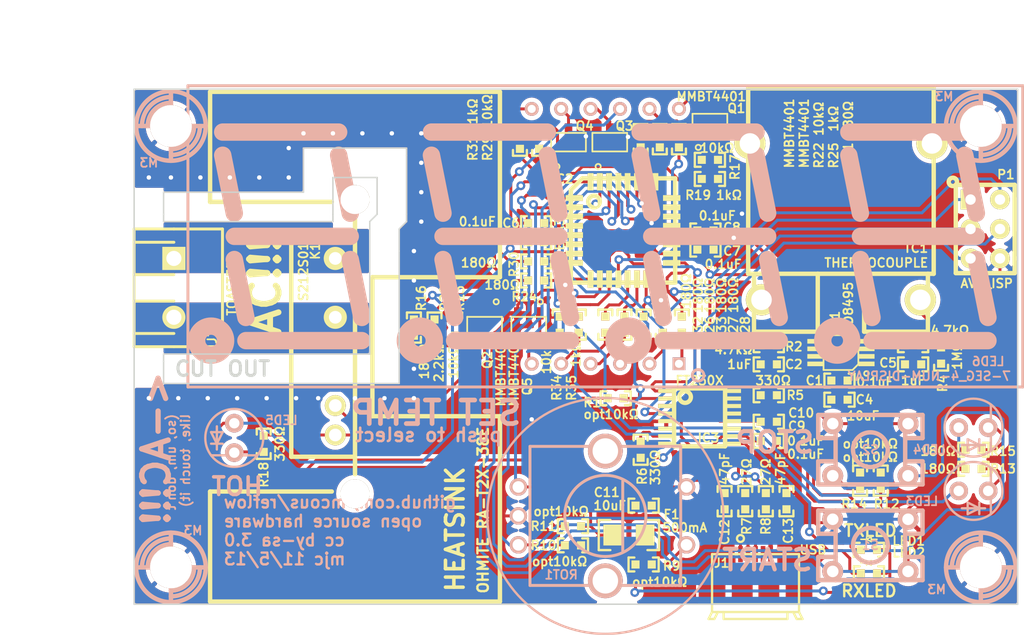
<source format=kicad_pcb>
(kicad_pcb (version 20221018) (generator pcbnew)
  (title_block (title "reflow pcb") (rev "0.1") (company "Wiley Cousins, LLC.") (comment 1 "github.com/mcous/reflow") (comment 2 "shared under the terms of the Creative Commons Attribution Share-Alike 3.0 license") (comment 3 "open source hardware"))
  (layers (0 "F.Cu" signal) (31 "B.Cu" signal) (34 "B.Paste" user) (35 "F.Paste" user) (36 "B.SilkS" user) (37 "F.SilkS" user) (38 "B.Mask" user) (39 "F.Mask" user) (44 "Edge.Cuts" user))
  (net 0 "")
  (net 1 "/DIG1")
  (net 2 "/DIG2")
  (net 3 "/DIG3")
  (net 4 "/DIG4")
  (net 5 "/ENC_A")
  (net 6 "/ENC_B")
  (net 7 "/HEAT")
  (net 8 "/LED_START")
  (net 9 "/LED_STOP")
  (net 10 "/MISO")
  (net 11 "/MOSI")
  (net 12 "/RESET")
  (net 13 "/SCK")
  (net 14 "/SEGA")
  (net 15 "/SEGB")
  (net 16 "/SEGC")
  (net 17 "/SEGF")
  (net 18 "/SEGG")
  (net 19 "/SET")
  (net 20 "/START")
  (net 21 "/STOP")
  (net 22 "/TEMP")
  (net 23 "/USART_RX")
  (net 24 "/USART_TX")
  (net 25 "GND")
  (net 26 "N-000001")
  (net 27 "N-0000010")
  (net 28 "N-0000011")
  (net 29 "N-0000012")
  (net 30 "N-0000014")
  (net 31 "N-0000016")
  (net 32 "N-0000018")
  (net 33 "N-0000019")
  (net 34 "N-000002")
  (net 35 "N-0000020")
  (net 36 "N-000003")
  (net 37 "N-0000030")
  (net 38 "N-0000032")
  (net 39 "N-0000033")
  (net 40 "N-0000037")
  (net 41 "N-0000038")
  (net 42 "N-0000039")
  (net 43 "N-0000043")
  (net 44 "N-0000044")
  (net 45 "N-0000045")
  (net 46 "N-0000046")
  (net 47 "N-0000047")
  (net 48 "N-0000049")
  (net 49 "N-000005")
  (net 50 "N-0000050")
  (net 51 "N-0000051")
  (net 52 "N-0000052")
  (net 53 "N-0000053")
  (net 54 "N-0000055")
  (net 55 "N-0000056")
  (net 56 "N-000006")
  (net 57 "N-0000061")
  (net 58 "N-0000062")
  (net 59 "N-0000064")
  (net 60 "N-0000067")
  (net 61 "N-000007")
  (net 62 "N-000008")
  (net 63 "N-000009")
  (net 64 "VCC")
  (footprint "TQFP32_7mm" (layer "F.Cu") (at 158.369 90.297)
    (fp_text reference "IC2")
    (fp_text value "ATMEGA328P")
  )
  (footprint "THERMOCOUPLE_MINI_PCC-SMP" (layer "F.Cu") (at 177.165 89.535 90)
    (fp_text reference "TC1")
    (fp_text value "THERMOCOUPLE")
  )
  (footprint "SSOP16" (layer "F.Cu") (at 164.973 106.426)
    (fp_text reference "IC3")
    (fp_text value "FT230X")
  )
  (footprint "SOT23" (layer "F.Cu") (at 165.862 81.026 90)
    (fp_text reference "Q1")
    (fp_text value "MMBT4401")
  )
  (footprint "SOT23" (layer "F.Cu") (at 153.67 82.677 90)
    (fp_text reference "Q4")
    (fp_text value "MMBT4401")
  )
  (footprint "SOT23" (layer "F.Cu") (at 150.241 98.552 -90)
    (fp_text reference "Q5")
    (fp_text value "MMBT4401")
  )
  (footprint "SOT23" (layer "F.Cu") (at 146.431 98.552 -90)
    (fp_text reference "Q2")
    (fp_text value "MMBT4401")
  )
  (footprint "MSOP8" (layer "F.Cu") (at 177.165 100.838 180)
    (fp_text reference "IC1")
    (fp_text value "AD8495")
  )
  (footprint "MICROUSB_sm" (layer "F.Cu") (at 169.799 121.031 90)
    (fp_text reference "J1")
    (fp_text value "USB")
  )
  (footprint "2x3-array" (layer "F.Cu") (at 189.611 90.17)
    (fp_text reference "P1")
    (fp_text value "AVR_ISP")
  )
  (footprint "1206(3216m)" (layer "F.Cu") (at 158.877 116.586 180)
    (fp_text reference "F1")
    (fp_text value "500mA")
  )
  (footprint "0603(1608m)_led" (layer "F.Cu") (at 179.578 117.856)
    (fp_text reference "LED1")
    (fp_text value "TXLED")
  )
  (footprint "0603(1608m)_led" (layer "F.Cu") (at 179.578 119.888)
    (fp_text reference "LED2")
    (fp_text value "RXLED")
  )
  (footprint "0603(1608m)" (layer "F.Cu") (at 140.335 98.679 -90)
    (fp_text reference "R16")
    (fp_text value "180Ω")
  )
  (footprint "0603(1608m)" (layer "F.Cu") (at 170.942 108.458 180)
    (fp_text reference "C9")
    (fp_text value "0.1uF")
  )
  (footprint "0603(1608m)" (layer "F.Cu") (at 170.942 106.807 180)
    (fp_text reference "C10")
    (fp_text value "0.1uF")
  )
  (footprint "0603(1608m)" (layer "F.Cu") (at 160.147 114.046 180)
    (fp_text reference "C11")
    (fp_text value "10uF")
  )
  (footprint "0603(1608m)" (layer "F.Cu") (at 183.388 100.203 180)
    (fp_text reference "R3")
    (fp_text value "4.7kΩ")
  )
  (footprint "0603(1608m)" (layer "F.Cu") (at 185.801 101.092 90)
    (fp_text reference "R4")
    (fp_text value "1MΩ")
  )
  (footprint "0603(1608m)" (layer "F.Cu") (at 167.132 113.665 -90)
    (fp_text reference "C12")
    (fp_text value "47pF")
  )
  (footprint "0603(1608m)" (layer "F.Cu") (at 154.051 115.824)
    (fp_text reference "R11")
    (fp_text value "opt10kΩ")
  )
  (footprint "0603(1608m)" (layer "F.Cu") (at 154.051 117.475)
    (fp_text reference "R10")
    (fp_text value "opt10kΩ")
  )
  (footprint "0603(1608m)" (layer "F.Cu") (at 178.816 111.887 90)
    (fp_text reference "R14")
    (fp_text value "opt10kΩ")
  )
  (footprint "0603(1608m)" (layer "F.Cu") (at 180.594 111.887 90)
    (fp_text reference "R12")
    (fp_text value "opt10kΩ")
  )
  (footprint "0603(1608m)" (layer "F.Cu") (at 168.91 113.665 90)
    (fp_text reference "R7")
    (fp_text value "27Ω")
  )
  (footprint "0603(1608m)" (layer "F.Cu") (at 170.688 113.665 90)
    (fp_text reference "R8")
    (fp_text value "27Ω")
  )
  (footprint "0603(1608m)" (layer "F.Cu") (at 177.038 103.251 180)
    (fp_text reference "C1")
    (fp_text value "0.1uF")
  )
  (footprint "0603(1608m)" (layer "F.Cu") (at 172.466 113.665 -90)
    (fp_text reference "C13")
    (fp_text value "47pF")
  )
  (footprint "0603(1608m)" (layer "F.Cu") (at 170.942 104.521)
    (fp_text reference "R5")
    (fp_text value "330Ω")
  )
  (footprint "0603(1608m)" (layer "F.Cu") (at 159.893 109.22 -90)
    (fp_text reference "R6")
    (fp_text value "330Ω")
  )
  (footprint "0603(1608m)" (layer "F.Cu") (at 170.942 100.203)
    (fp_text reference "R2")
    (fp_text value "4.7kΩ")
  )
  (footprint "0603(1608m)" (layer "F.Cu") (at 183.388 101.854 180)
    (fp_text reference "C5")
    (fp_text value "1uF")
  )
  (footprint "0603(1608m)" (layer "F.Cu") (at 170.942 101.854 180)
    (fp_text reference "C2")
    (fp_text value "1uF")
  )
  (footprint "0603(1608m)" (layer "F.Cu") (at 177.038 104.902 180)
    (fp_text reference "C4")
    (fp_text value "10uF")
  )
  (footprint "0603(1608m)" (layer "F.Cu") (at 156.845 98.425 -90)
    (fp_text reference "R32")
    (fp_text value "180Ω")
  )
  (footprint "0603(1608m)" (layer "F.Cu") (at 143.891 98.679 90)
    (fp_text reference "R23")
    (fp_text value "10kΩ")
  )
  (footprint "0603(1608m)" (layer "F.Cu") (at 188.595 109.22)
    (fp_text reference "R15")
    (fp_text value "180Ω")
  )
  (footprint "0603(1608m)" (layer "F.Cu") (at 188.595 110.871)
    (fp_text reference "R13")
    (fp_text value "180Ω")
  )
  (footprint "0603(1608m)" (layer "F.Cu") (at 142.113 98.679 90)
    (fp_text reference "R20")
    (fp_text value "2.2kΩ")
  )
  (footprint "0603(1608m)" (layer "F.Cu") (at 163.195 82.423 90)
    (fp_text reference "R21")
    (fp_text value "180Ω")
  )
  (footprint "0603(1608m)" (layer "F.Cu") (at 150.876 94.615 180)
    (fp_text reference "R24")
    (fp_text value "180Ω")
  )
  (footprint "0603(1608m)" (layer "F.Cu") (at 158.496 98.425 -90)
    (fp_text reference "R26")
    (fp_text value "180Ω")
  )
  (footprint "0603(1608m)" (layer "F.Cu") (at 161.798 98.425 -90)
    (fp_text reference "R27")
    (fp_text value "180Ω")
  )
  (footprint "0603(1608m)" (layer "F.Cu") (at 163.449 98.425 -90)
    (fp_text reference "R28")
    (fp_text value "180Ω")
  )
  (footprint "0603(1608m)" (layer "F.Cu") (at 150.876 92.964 180)
    (fp_text reference "R30")
    (fp_text value "180Ω")
  )
  (footprint "0603(1608m)" (layer "F.Cu") (at 160.147 119.126 180)
    (fp_text reference "R9")
    (fp_text value "opt10kΩ")
  )
  (footprint "0603(1608m)" (layer "F.Cu") (at 160.147 98.425 -90)
    (fp_text reference "R33")
    (fp_text value "180Ω")
  )
  (footprint "0603(1608m)" (layer "F.Cu") (at 161.544 82.423 -90)
    (fp_text reference "R25")
    (fp_text value "1kΩ")
  )
  (footprint "0603(1608m)" (layer "F.Cu") (at 159.893 82.423 -90)
    (fp_text reference "R22")
    (fp_text value "10kΩ")
  )
  (footprint "0603(1608m)" (layer "F.Cu") (at 149.479 82.55 -90)
    (fp_text reference "R31")
    (fp_text value "1kΩ")
  )
  (footprint "0603(1608m)" (layer "F.Cu") (at 151.13 82.55 -90)
    (fp_text reference "R29")
    (fp_text value "10kΩ")
  )
  (footprint "0603(1608m)" (layer "F.Cu") (at 154.559 98.425 90)
    (fp_text reference "R35")
    (fp_text value "1kΩ")
  )
  (footprint "0603(1608m)" (layer "F.Cu") (at 152.908 98.425 90)
    (fp_text reference "R34")
    (fp_text value "10kΩ")
  )
  (footprint "0603(1608m)" (layer "F.Cu") (at 127.381 108.712 90)
    (fp_text reference "R18")
    (fp_text value "330Ω")
  )
  (footprint "0603(1608m)" (layer "F.Cu") (at 165.481 90.297 180)
    (fp_text reference "C8")
    (fp_text value "0.1uF")
  )
  (footprint "0603(1608m)" (layer "F.Cu") (at 150.876 89.662)
    (fp_text reference "C6")
    (fp_text value "0.1uF")
  )
  (footprint "0603(1608m)" (layer "F.Cu") (at 150.876 91.313)
    (fp_text reference "C3")
    (fp_text value "0.1uF")
  )
  (footprint "SHARP_SIP_SSR" (layer "F.Cu") (at 135.255 100.33 -90)
    (fp_text reference "K1")
    (fp_text value "S212S01")
  )
  (footprint "SOT23" (layer "F.Cu") (at 157.226 82.677 90)
    (fp_text reference "Q3")
    (fp_text value "MMBT4401")
  )
  (footprint "2-PIN_SCREW-TERM_P200MIL" (layer "F.Cu") (at 119.634 95.25 -90)
    (fp_text reference "J2")
    (fp_text value "TOASTER")
  )
  (footprint "0603(1608m)" (layer "F.Cu") (at 157.734 104.775)
    (fp_text reference "R1")
    (fp_text value "opt10kΩ")
  )
  (footprint "0603(1608m)" (layer "F.Cu") (at 165.862 85.852)
    (fp_text reference "R19")
    (fp_text value "1kΩ")
  )
  (footprint "0603(1608m)" (layer "F.Cu") (at 165.481 91.948 180)
    (fp_text reference "C7")
    (fp_text value "0.1uF")
  )
  (footprint "0603(1608m)" (layer "F.Cu") (at 165.862 84.201)
    (fp_text reference "R17")
    (fp_text value "10kΩ")
  )
  (footprint "SPST_4-pin-thru" (layer "B.Cu") (at 179.705 117.475)
    (fp_text reference "S1")
    (fp_text value "START")
  )
  (footprint "SPST_4-pin-thru" (layer "B.Cu") (at 179.705 109.22)
    (fp_text reference "S2")
    (fp_text value "STOP")
  )
  (footprint "SF_4-DIGIT_7-SEGMENT_CC" (layer "B.Cu") (at 156.845 90.805 180)
    (fp_text reference "LED6")
    (fp_text value "7-SEG_4-NUM-DISPLAY")
  )
  (footprint "LED-5mm" (layer "B.Cu") (at 188.595 112.776)
    (fp_text reference "LED3")
    (fp_text value "ON" hide)
  )
  (footprint "LED-5mm" (layer "B.Cu") (at 188.595 107.315)
    (fp_text reference "LED4")
    (fp_text value "OFF" hide)
  )
  (footprint "LED-5mm" (layer "B.Cu") (at 124.841 108.204 -90)
    (fp_text reference "LED5")
    (fp_text value "HOT")
  )
  (footprint "SF_ROTARY-ENCODER" (layer "B.Cu") (at 156.845 114.935 90)
    (fp_text reference "ROT1")
    (fp_text value "SET TEMP")
  )
  (footprint "M3" (layer "B.Cu") (at 189.23 119.38)
    (fp_text reference "M3")
    (fp_text value "VAL**" hide)
  )
  (footprint "M3" (layer "B.Cu") (at 189.23 81.28)
    (fp_text reference "M3")
    (fp_text value "VAL**" hide)
  )
  (footprint "M3" (layer "B.Cu") (at 119.38 119.38)
    (fp_text reference "M3")
    (fp_text value "VAL**" hide)
  )
  (footprint "M3" (layer "B.Cu") (at 119.38 81.28)
    (fp_text reference "M3")
    (fp_text value "VAL**" hide)
  )
  (gr_circle (center 156.845 114.935) (end 167.005 114.3) (stroke (width 0.2)) (fill none) (layer "B.SilkS"))
  (gr_line (start 192.405 122.555) (end 192.405 78.105) (stroke (width 0.127)) (layer "Edge.Cuts"))
  (gr_line (start 133.35 85.725) (end 137.16 85.725) (stroke (width 0.127)) (layer "Edge.Cuts"))
  (gr_line (start 139.7 88.9) (end 139.7 83.82) (stroke (width 0.127)) (layer "Edge.Cuts"))
  (gr_line (start 118.745 101.6) (end 118.745 100.965) (stroke (width 0.127)) (layer "Edge.Cuts"))
  (gr_line (start 130.81 86.995) (end 118.745 86.995) (stroke (width 0.127)) (layer "Edge.Cuts"))
  (gr_line (start 139.065 92.075) (end 139.065 103.505) (stroke (width 0.127)) (layer "Edge.Cuts"))
  (gr_line (start 131.445 83.185) (end 130.81 83.185) (stroke (width 0.127)) (layer "Edge.Cuts"))
  (gr_line (start 133.35 88.9) (end 133.35 85.725) (stroke (width 0.127)) (layer "Edge.Cuts"))
  (gr_line (start 118.745 100.965) (end 136.525 100.965) (stroke (width 0.127)) (layer "Edge.Cuts"))
  (gr_line (start 192.405 78.105) (end 116.205 78.105) (stroke (width 0.127)) (layer "Edge.Cuts"))
  (gr_line (start 192.405 122.555) (end 116.205 122.555) (stroke (width 0.127)) (layer "Edge.Cuts"))
  (gr_line (start 136.525 100.965) (end 136.525 89.535) (stroke (width 0.127)) (layer "Edge.Cuts"))
  (gr_line (start 139.065 103.505) (end 118.745 103.505) (stroke (width 0.127)) (layer "Edge.Cuts"))
  (gr_line (start 139.7 83.82) (end 139.7 83.185) (stroke (width 0.127)) (layer "Edge.Cuts"))
  (gr_line (start 118.745 88.9) (end 118.745 89.535) (stroke (width 0.127)) (layer "Edge.Cuts"))
  (gr_line (start 137.16 88.9) (end 136.525 89.535) (stroke (width 0.127)) (layer "Edge.Cuts"))
  (gr_line (start 118.745 103.505) (end 118.745 101.6) (stroke (width 0.127)) (layer "Edge.Cuts"))
  (gr_line (start 139.7 83.185) (end 131.445 83.185) (stroke (width 0.127)) (layer "Edge.Cuts"))
  (gr_line (start 139.7 89.535) (end 139.7 88.9) (stroke (width 0.127)) (layer "Edge.Cuts"))
  (gr_line (start 137.16 85.725) (end 137.16 88.9) (stroke (width 0.127)) (layer "Edge.Cuts"))
  (gr_line (start 139.065 92.075) (end 139.065 90.17) (stroke (width 0.127)) (layer "Edge.Cuts"))
  (gr_line (start 118.745 89.535) (end 133.35 89.535) (stroke (width 0.127)) (layer "Edge.Cuts"))
  (gr_line (start 118.745 86.995) (end 118.745 88.9) (stroke (width 0.127)) (layer "Edge.Cuts"))
  (gr_line (start 116.205 122.555) (end 116.205 78.105) (stroke (width 0.127)) (layer "Edge.Cuts"))
  (gr_line (start 133.35 89.535) (end 133.35 88.9) (stroke (width 0.127)) (layer "Edge.Cuts"))
  (gr_line (start 139.065 90.17) (end 139.7 89.535) (stroke (width 0.127)) (layer "Edge.Cuts"))
  (gr_line (start 130.81 83.185) (end 130.81 86.995) (stroke (width 0.127)) (layer "Edge.Cuts"))
  (gr_text "github.com/mcous/reflow" (at 132.715 79.375) (layer "F.Cu") (effects (font (size 1.016 1.016) (thickness 0.2032))))
  (gr_text "github.com/mcous/reflow\nopen source hardware\ncc by-sa 3.0\nmjc 11/5/13\n" (at 123.825 116.205) (layer "B.SilkS") (effects (font (size 1.016 1.016) (thickness 0.2032)) (justify right mirror)))
  (gr_text "(so, um, don't\nlike, touch it)" (at 120.015 106.045 90) (layer "B.SilkS") (effects (font (size 0.762 0.762) (thickness 0.1524)) (justify left mirror)))
  (gr_text "push to select" (at 141.605 107.95) (layer "B.SilkS") (effects (font (size 1.143 1.143) (thickness 0.2286)) (justify mirror)))
  (gr_text "<-AC!!!" (at 118.11 109.093 90) (layer "B.SilkS") (effects (font (size 2.286 2.286) (thickness 0.4572)) (justify mirror)))
  (gr_text "AC!!!" (at 127.508 95.123 90) (layer "F.SilkS") (effects (font (size 2.54 2.54) (thickness 0.508))))
  (gr_text "CUT OUT" (at 123.825 102.235) (layer "Edge.Cuts") (effects (font (size 1.27 1.27) (thickness 0.254))))
  (segment (start 163.61918 88.29802) (end 165.0238 86.8934) (width 0.254) (layer "F.Cu") (net 1))
  (segment (start 165.0238 86.8934) (end 167.3606 86.8934) (width 0.254) (layer "F.Cu") (net 1))
  (segment (start 167.3606 86.8934) (end 167.5384 86.7156) (width 0.254) (layer "F.Cu") (net 1))
  (segment (start 167.5384 86.7156) (end 167.5384 86.0044) (width 0.254) (layer "F.Cu") (net 1))
  (segment (start 167.5384 86.0044) (end 167.386 85.852) (width 0.254) (layer "F.Cu") (net 1))
  (segment (start 167.386 85.852) (end 166.562 85.852) (width 0.254) (layer "F.Cu") (net 1))
  (segment (start 162.57016 88.29802) (end 163.61918 88.29802) (width 0.254) (layer "F.Cu") (net 1))
  (segment (start 163.47948 87.49792) (end 163.6776 87.2998) (width 0.254) (layer "F.Cu") (net 2))
  (segment (start 163.6776 87.2998) (end 163.6776 86.4362) (width 0.254) (layer "F.Cu") (net 2))
  (segment (start 163.6776 86.4362) (end 161.544 84.3026) (width 0.254) (layer "F.Cu") (net 2))
  (segment (start 161.544 84.3026) (end 161.544 83.123) (width 0.254) (layer "F.Cu") (net 2))
  (segment (start 162.57016 87.49792) (end 163.47948 87.49792) (width 0.254) (layer "F.Cu") (net 2))
  (segment (start 161.16808 84.96808) (end 160.9852 84.7852) (width 0.254) (layer "F.Cu") (net 3))
  (segment (start 160.9852 84.7852) (end 155.5242 84.7852) (width 0.254) (layer "F.Cu") (net 3))
  (segment (start 154.8638 84.7852) (end 154.2796 85.3694) (width 0.254) (layer "F.Cu") (net 3))
  (segment (start 154.2796 85.3694) (end 150.9268 85.3694) (width 0.254) (layer "F.Cu") (net 3))
  (segment (start 150.9268 85.3694) (end 149.479 83.9216) (width 0.254) (layer "F.Cu") (net 3))
  (segment (start 149.479 83.9216) (end 149.479 83.25) (width 0.254) (layer "F.Cu") (net 3))
  (segment (start 161.16808 86.09584) (end 161.16808 84.96808) (width 0.254) (layer "F.Cu") (net 3))
  (segment (start 155.5242 84.7852) (end 154.8638 84.7852) (width 0.254) (layer "F.Cu") (net 3))
  (segment (start 154.3162 97.725) (end 153.1874 96.5962) (width 0.254) (layer "F.Cu") (net 4))
  (segment (start 153.1874 96.5962) (end 152.7556 96.5962) (width 0.254) (layer "F.Cu") (net 4))
  (segment (start 158.5722 89.4842) (end 158.75 89.3064) (width 0.254) (layer "F.Cu") (net 4))
  (segment (start 158.75 89.3064) (end 159.8168 89.3064) (width 0.254) (layer "F.Cu") (net 4))
  (segment (start 159.8168 89.3064) (end 160.782 88.3412) (width 0.254) (layer "F.Cu") (net 4))
  (segment (start 160.782 88.3412) (end 160.782 87.63) (width 0.254) (layer "F.Cu") (net 4))
  (segment (start 160.782 87.63) (end 160.36798 87.21598) (width 0.254) (layer "F.Cu") (net 4))
  (segment (start 160.36798 87.21598) (end 160.36798 86.09584) (width 0.254) (layer "F.Cu") (net 4))
  (segment (start 154.559 97.725) (end 154.3162 97.725) (width 0.254) (layer "F.Cu") (net 4))
  (via (at 158.5722 89.4842) (size 0.762) (drill 0.381) (layers "F.Cu" "B.Cu") (net 4))
  (via (at 152.7556 96.5962) (size 0.762) (drill 0.381) (layers "F.Cu" "B.Cu") (net 4))
  (segment (start 152.7556 96.5962) (end 152.5524 96.393) (width 0.254) (layer "B.Cu") (net 4))
  (segment (start 152.5524 96.393) (end 152.5524 88.8746) (width 0.254) (layer "B.Cu") (net 4))
  (segment (start 152.5524 88.8746) (end 155.0416 86.3854) (width 0.254) (layer "B.Cu") (net 4))
  (segment (start 155.0416 86.3854) (end 156.7942 86.3854) (width 0.254) (layer "B.Cu") (net 4))
  (segment (start 156.7942 86.3854) (end 158.2674 87.8586) (width 0.254) (layer "B.Cu") (net 4))
  (segment (start 158.2674 87.8586) (end 158.2674 88.9254) (width 0.254) (layer "B.Cu") (net 4))
  (segment (start 158.2674 89.1794) (end 158.5722 89.4842) (width 0.254) (layer "B.Cu") (net 4))
  (segment (start 158.2674 88.9254) (end 158.2674 89.1794) (width 0.254) (layer "B.Cu") (net 4))
  (segment (start 153.311 117.435) (end 153.351 117.475) (width 0.254) (layer "F.Cu") (net 5))
  (segment (start 159.56788 87.55888) (end 159.9692 87.9602) (width 0.254) (layer "F.Cu") (net 5))
  (segment (start 159.56788 86.09584) (end 159.56788 87.55888) (width 0.254) (layer "F.Cu") (net 5))
  (segment (start 149.345 117.435) (end 153.311 117.435) (width 0.254) (layer "F.Cu") (net 5))
  (via (at 159.9692 87.9602) (size 0.762) (drill 0.381) (layers "F.Cu" "B.Cu") (net 5))
  (segment (start 148.5754 117.435) (end 147.8026 116.6622) (width 0.254) (layer "B.Cu") (net 5))
  (segment (start 147.8026 116.6622) (end 147.8026 111.4298) (width 0.254) (layer "B.Cu") (net 5))
  (segment (start 147.8026 111.4298) (end 148.463 110.7694) (width 0.254) (layer "B.Cu") (net 5))
  (segment (start 148.463 110.7694) (end 148.463 100.6856) (width 0.254) (layer "B.Cu") (net 5))
  (segment (start 148.463 100.584) (end 151.384 97.663) (width 0.254) (layer "B.Cu") (net 5))
  (segment (start 151.384 97.663) (end 151.384 88.4682) (width 0.254) (layer "B.Cu") (net 5))
  (segment (start 151.384 88.4682) (end 154.559 85.2932) (width 0.254) (layer "B.Cu") (net 5))
  (segment (start 154.559 85.2932) (end 157.2768 85.2932) (width 0.254) (layer "B.Cu") (net 5))
  (segment (start 157.2768 85.2932) (end 159.9438 87.9602) (width 0.254) (layer "B.Cu") (net 5))
  (segment (start 159.9438 87.9602) (end 159.9692 87.9602) (width 0.254) (layer "B.Cu") (net 5))
  (segment (start 149.345 117.435) (end 148.5754 117.435) (width 0.254) (layer "B.Cu") (net 5))
  (segment (start 148.463 100.6856) (end 148.463 100.584) (width 0.254) (layer "B.Cu") (net 5))
  (segment (start 152.4762 115.824) (end 151.257 114.6048) (width 0.254) (layer "F.Cu") (net 6))
  (segment (start 151.257 114.6048) (end 151.257 113.1316) (width 0.254) (layer "F.Cu") (net 6))
  (segment (start 151.257 113.1316) (end 150.5604 112.435) (width 0.254) (layer "F.Cu") (net 6))
  (segment (start 150.5604 112.435) (end 149.345 112.435) (width 0.254) (layer "F.Cu") (net 6))
  (segment (start 158.76778 88.18118) (end 159.0548 88.4682) (width 0.254) (layer "F.Cu") (net 6))
  (segment (start 158.76778 86.09584) (end 158.76778 88.18118) (width 0.254) (layer "F.Cu") (net 6))
  (segment (start 153.351 115.824) (end 152.4762 115.824) (width 0.254) (layer "F.Cu") (net 6))
  (via (at 159.0548 88.4682) (size 0.762) (drill 0.381) (layers "F.Cu" "B.Cu") (net 6))
  (segment (start 149.098 100.8888) (end 149.098 112.188) (width 0.254) (layer "B.Cu") (net 6))
  (segment (start 149.098 112.188) (end 149.345 112.435) (width 0.254) (layer "B.Cu") (net 6))
  (segment (start 159.0548 88.4682) (end 158.8262 88.2396) (width 0.254) (layer "B.Cu") (net 6))
  (segment (start 158.8262 88.2396) (end 158.8262 87.63) (width 0.254) (layer "B.Cu") (net 6))
  (segment (start 158.8262 87.63) (end 157.0482 85.852) (width 0.254) (layer "B.Cu") (net 6))
  (segment (start 157.0482 85.852) (end 154.7876 85.852) (width 0.254) (layer "B.Cu") (net 6))
  (segment (start 154.7876 85.852) (end 151.9174 88.7222) (width 0.254) (layer "B.Cu") (net 6))
  (segment (start 151.9174 88.7222) (end 151.9174 98.0694) (width 0.254) (layer "B.Cu") (net 6))
  (segment (start 151.9174 98.0694) (end 149.098 100.8888) (width 0.254) (layer "B.Cu") (net 6))
  (segment (start 143.5862 95.8342) (end 142.113 97.3074) (width 0.254) (layer "F.Cu") (net 7))
  (segment (start 142.113 97.3074) (end 142.113 97.979) (width 0.254) (layer "F.Cu") (net 7))
  (segment (start 156.2354 96.6978) (end 157.17012 95.76308) (width 0.254) (layer "F.Cu") (net 7))
  (segment (start 157.17012 95.76308) (end 157.17012 94.49816) (width 0.254) (layer "F.Cu") (net 7))
  (segment (start 155.5496 96.6978) (end 156.2354 96.6978) (width 0.254) (layer "F.Cu") (net 7))
  (segment (start 151.4348 95.4532) (end 151.0538 95.8342) (width 0.254) (layer "F.Cu") (net 7))
  (segment (start 151.0538 95.8342) (end 143.5862 95.8342) (width 0.254) (layer "F.Cu") (net 7))
  (segment (start 152.4508 95.4532) (end 151.4348 95.4532) (width 0.254) (layer "F.Cu") (net 7))
  (segment (start 152.7556 95.4532) (end 153.1112 95.8088) (width 0.254) (layer "F.Cu") (net 7))
  (segment (start 153.1112 95.8088) (end 153.162 95.8088) (width 0.254) (layer "F.Cu") (net 7))
  (segment (start 153.162 95.8088) (end 154.051 96.6978) (width 0.254) (layer "F.Cu") (net 7))
  (segment (start 154.051 96.6978) (end 154.5336 96.6978) (width 0.254) (layer "F.Cu") (net 7))
  (segment (start 155.5496 96.6978) (end 154.5336 96.6978) (width 0.254) (layer "F.Cu") (net 7))
  (segment (start 152.4508 95.4532) (end 152.7556 95.4532) (width 0.254) (layer "F.Cu") (net 7))
  (segment (start 153.88844 94.49816) (end 153.3906 94.996) (width 0.254) (layer "F.Cu") (net 8))
  (segment (start 155.56992 94.49816) (end 153.88844 94.49816) (width 0.254) (layer "F.Cu") (net 8))
  (via (at 153.3906 94.996) (size 0.762) (drill 0.381) (layers "F.Cu" "B.Cu") (net 8))
  (segment (start 153.3906 94.996) (end 153.2128 95.1738) (width 0.254) (layer "B.Cu") (net 8))
  (segment (start 153.2128 95.1738) (end 153.2128 95.5294) (width 0.254) (layer "B.Cu") (net 8))
  (segment (start 153.2128 99.568) (end 154.2796 100.6348) (width 0.254) (layer "B.Cu") (net 8))
  (segment (start 154.2796 100.6348) (end 154.2796 101.5238) (width 0.254) (layer "B.Cu") (net 8))
  (segment (start 186.8932 112.776) (end 185.9534 113.7158) (width 0.254) (layer "B.Cu") (net 8))
  (segment (start 185.9534 113.7158) (end 175.26 113.7158) (width 0.254) (layer "B.Cu") (net 8))
  (segment (start 175.26 113.7158) (end 174.7774 113.2332) (width 0.254) (layer "B.Cu") (net 8))
  (segment (start 154.2796 103.4796) (end 158.6738 107.8738) (width 0.254) (layer "B.Cu") (net 8))
  (segment (start 158.6738 107.8738) (end 169.418 107.8738) (width 0.254) (layer "B.Cu") (net 8))
  (segment (start 169.418 107.8738) (end 174.7774 113.2332) (width 0.254) (layer "B.Cu") (net 8))
  (segment (start 153.2128 95.885) (end 153.6192 96.2914) (width 0.254) (layer "B.Cu") (net 8))
  (segment (start 153.6192 96.2914) (end 153.6192 97.3074) (width 0.254) (layer "B.Cu") (net 8))
  (segment (start 153.6192 97.3074) (end 153.2128 97.7138) (width 0.254) (layer "B.Cu") (net 8))
  (segment (start 153.2128 97.7138) (end 153.2128 99.568) (width 0.254) (layer "B.Cu") (net 8))
  (segment (start 187.325 112.776) (end 186.8932 112.776) (width 0.254) (layer "B.Cu") (net 8))
  (segment (start 154.2796 101.5238) (end 154.2796 103.4796) (width 0.254) (layer "B.Cu") (net 8))
  (segment (start 153.2128 95.5294) (end 153.2128 95.885) (width 0.254) (layer "B.Cu") (net 8))
  (segment (start 156.37002 95.54718) (end 155.9052 96.012) (width 0.254) (layer "F.Cu") (net 9))
  (segment (start 155.9052 96.012) (end 154.4574 96.012) (width 0.254) (layer "F.Cu") (net 9))
  (segment (start 154.4574 96.012) (end 154.1526 95.7072) (width 0.254) (layer "F.Cu") (net 9))
  (segment (start 156.37002 94.49816) (end 156.37002 95.54718) (width 0.254) (layer "F.Cu") (net 9))
  (via (at 154.1526 95.7072) (size 0.762) (drill 0.381) (layers "F.Cu" "B.Cu") (net 9))
  (segment (start 187.325 110.5662) (end 184.7342 113.157) (width 0.254) (layer "B.Cu") (net 9))
  (segment (start 184.7342 113.157) (end 175.5648 113.157) (width 0.254) (layer "B.Cu") (net 9))
  (segment (start 175.514 113.157) (end 169.6974 107.3404) (width 0.254) (layer "B.Cu") (net 9))
  (segment (start 169.6974 107.3404) (end 158.9532 107.3404) (width 0.254) (layer "B.Cu") (net 9))
  (segment (start 158.9532 107.3404) (end 156.8196 105.2068) (width 0.254) (layer "B.Cu") (net 9))
  (segment (start 156.8196 105.2068) (end 156.8196 101.0666) (width 0.254) (layer "B.Cu") (net 9))
  (segment (start 156.8196 101.0666) (end 154.1526 98.3996) (width 0.254) (layer "B.Cu") (net 9))
  (segment (start 154.1526 98.3996) (end 154.1526 95.7072) (width 0.254) (layer "B.Cu") (net 9))
  (segment (start 187.325 110.5662) (end 187.325 107.315) (width 0.254) (layer "B.Cu") (net 9))
  (segment (start 175.5648 113.157) (end 175.514 113.157) (width 0.254) (layer "B.Cu") (net 9))
  (segment (start 161.798 96.393) (end 161.16808 95.76308) (width 0.254) (layer "F.Cu") (net 10))
  (segment (start 161.16808 95.76308) (end 161.16808 94.49816) (width 0.254) (layer "F.Cu") (net 10))
  (segment (start 161.7218 96.393) (end 161.6456 96.3168) (width 0.254) (layer "F.Cu") (net 10))
  (segment (start 161.798 97.725) (end 161.798 96.393) (width 0.254) (layer "F.Cu") (net 10))
  (segment (start 161.798 96.393) (end 161.7218 96.393) (width 0.254) (layer "F.Cu") (net 10))
  (via (at 161.6456 96.3168) (size 0.762) (drill 0.381) (layers "F.Cu" "B.Cu") (net 10))
  (segment (start 161.6456 95.2754) (end 162.179 94.742) (width 0.254) (layer "B.Cu") (net 10))
  (segment (start 162.179 94.742) (end 163.2204 94.742) (width 0.254) (layer "B.Cu") (net 10))
  (segment (start 163.2204 94.742) (end 163.5252 95.0468) (width 0.254) (layer "B.Cu") (net 10))
  (segment (start 163.5252 95.0468) (end 166.0398 95.0468) (width 0.254) (layer "B.Cu") (net 10))
  (segment (start 166.0398 95.0468) (end 171.6786 89.408) (width 0.254) (layer "B.Cu") (net 10))
  (segment (start 171.6786 89.408) (end 185.3438 89.408) (width 0.254) (layer "B.Cu") (net 10))
  (segment (start 185.3438 89.408) (end 187.1218 87.63) (width 0.254) (layer "B.Cu") (net 10))
  (segment (start 187.1218 87.63) (end 188.341 87.63) (width 0.254) (layer "B.Cu") (net 10))
  (segment (start 161.6456 96.3168) (end 161.6456 95.2754) (width 0.254) (layer "B.Cu") (net 10))
  (segment (start 160.36798 96.55302) (end 160.147 96.774) (width 0.254) (layer "F.Cu") (net 11))
  (segment (start 160.147 96.774) (end 160.147 97.725) (width 0.254) (layer "F.Cu") (net 11))
  (segment (start 160.36798 96.52) (end 160.36798 96.55302) (width 0.254) (layer "F.Cu") (net 11))
  (segment (start 160.36798 96.47682) (end 160.528 96.3168) (width 0.254) (layer "F.Cu") (net 11))
  (segment (start 160.36798 94.49816) (end 160.36798 96.52) (width 0.254) (layer "F.Cu") (net 11))
  (segment (start 160.36798 96.52) (end 160.36798 96.47682) (width 0.254) (layer "F.Cu") (net 11))
  (via (at 160.528 96.3168) (size 0.762) (drill 0.381) (layers "F.Cu" "B.Cu") (net 11))
  (segment (start 160.528 96.5454) (end 161.1376 97.155) (width 0.254) (layer "B.Cu") (net 11))
  (segment (start 161.1376 97.155) (end 162.4838 97.155) (width 0.254) (layer "B.Cu") (net 11))
  (segment (start 162.4838 97.155) (end 163.5252 96.1136) (width 0.254) (layer "B.Cu") (net 11))
  (segment (start 163.5252 96.1136) (end 166.5732 96.1136) (width 0.254) (layer "B.Cu") (net 11))
  (segment (start 166.5732 96.1136) (end 171.9072 90.7796) (width 0.254) (layer "B.Cu") (net 11))
  (segment (start 171.9072 90.7796) (end 186.3852 90.7796) (width 0.254) (layer "B.Cu") (net 11))
  (segment (start 186.3852 90.7796) (end 187.071 91.4654) (width 0.254) (layer "B.Cu") (net 11))
  (segment (start 187.071 91.4654) (end 189.5856 91.4654) (width 0.254) (layer "B.Cu") (net 11))
  (segment (start 189.5856 91.4654) (end 190.881 90.17) (width 0.254) (layer "B.Cu") (net 11))
  (segment (start 160.528 96.3168) (end 160.528 96.5454) (width 0.254) (layer "B.Cu") (net 11))
  (segment (start 158.4594 104.8004) (end 158.434 104.775) (width 0.254) (layer "F.Cu") (net 12))
  (segment (start 159.7914 104.8004) (end 158.4594 104.8004) (width 0.254) (layer "F.Cu") (net 12))
  (segment (start 159.7914 104.0384) (end 159.8676 103.9622) (width 0.254) (layer "F.Cu") (net 12))
  (segment (start 157.97022 88.94318) (end 157.4038 89.5096) (width 0.254) (layer "F.Cu") (net 12))
  (segment (start 157.97022 86.09584) (end 157.97022 88.94318) (width 0.254) (layer "F.Cu") (net 12))
  (segment (start 162.09772 104.8004) (end 159.7914 104.8004) (width 0.254) (layer "F.Cu") (net 12))
  (segment (start 159.7914 104.8004) (end 159.7914 104.0384) (width 0.254) (layer "F.Cu") (net 12))
  (via (at 157.4038 89.5096) (size 0.762) (drill 0.381) (layers "F.Cu" "B.Cu") (net 12))
  (via (at 159.8676 103.9622) (size 0.762) (drill 0.381) (layers "F.Cu" "B.Cu") (net 12))
  (segment (start 159.8676 103.9622) (end 159.385 103.4796) (width 0.254) (layer "B.Cu") (net 12))
  (segment (start 159.385 103.4796) (end 159.385 101.1428) (width 0.254) (layer "B.Cu") (net 12))
  (segment (start 159.385 101.1428) (end 160.5026 100.0252) (width 0.254) (layer "B.Cu") (net 12))
  (segment (start 160.5026 100.0252) (end 160.5026 98.3742) (width 0.254) (layer "B.Cu") (net 12))
  (segment (start 160.5026 98.3742) (end 157.734 95.6056) (width 0.254) (layer "B.Cu") (net 12))
  (segment (start 157.734 95.6056) (end 155.194 95.6056) (width 0.254) (layer "B.Cu") (net 12))
  (segment (start 155.194 95.6056) (end 153.1366 93.5482) (width 0.254) (layer "B.Cu") (net 12))
  (segment (start 153.1366 93.5482) (end 153.1366 89.0524) (width 0.254) (layer "B.Cu") (net 12))
  (segment (start 153.1366 89.0524) (end 155.2702 86.9188) (width 0.254) (layer "B.Cu") (net 12))
  (segment (start 155.2702 86.9188) (end 155.8798 86.9188) (width 0.254) (layer "B.Cu") (net 12))
  (segment (start 159.8676 104.6226) (end 159.2834 105.2068) (width 0.254) (layer "B.Cu") (net 12))
  (segment (start 159.2834 105.2068) (end 159.2834 106.2736) (width 0.254) (layer "B.Cu") (net 12))
  (segment (start 159.2834 106.2736) (end 159.7914 106.7816) (width 0.254) (layer "B.Cu") (net 12))
  (segment (start 159.7914 106.7816) (end 160.6042 106.7816) (width 0.254) (layer "B.Cu") (net 12))
  (segment (start 160.6042 106.7816) (end 164.5666 102.8192) (width 0.254) (layer "B.Cu") (net 12))
  (segment (start 164.5666 102.8192) (end 164.5666 99.06) (width 0.254) (layer "B.Cu") (net 12))
  (segment (start 164.5666 99.06) (end 172.2374 91.3892) (width 0.254) (layer "B.Cu") (net 12))
  (segment (start 172.2374 91.3892) (end 186.0296 91.3892) (width 0.254) (layer "B.Cu") (net 12))
  (segment (start 186.0296 91.3892) (end 187.3504 92.71) (width 0.254) (layer "B.Cu") (net 12))
  (segment (start 187.3504 92.71) (end 188.341 92.71) (width 0.254) (layer "B.Cu") (net 12))
  (segment (start 157.4038 89.5096) (end 157.734 89.1794) (width 0.254) (layer "B.Cu") (net 12))
  (segment (start 157.734 89.1794) (end 157.734 88.138) (width 0.254) (layer "B.Cu") (net 12))
  (segment (start 157.734 88.138) (end 156.5148 86.9188) (width 0.254) (layer "B.Cu") (net 12))
  (segment (start 156.5148 86.9188) (end 155.8798 86.9188) (width 0.254) (layer "B.Cu") (net 12))
  (segment (start 159.8676 103.9622) (end 159.8676 104.6226) (width 0.254) (layer "B.Cu") (net 12))
  (segment (start 163.70808 93.09608) (end 163.957 93.345) (width 0.254) (layer "F.Cu") (net 13))
  (segment (start 163.957 93.345) (end 163.957 93.599) (width 0.254) (layer "F.Cu") (net 13))
  (segment (start 163.957 93.599) (end 163.576 93.98) (width 0.254) (layer "F.Cu") (net 13))
  (segment (start 163.576 93.98) (end 162.56 93.98) (width 0.254) (layer "F.Cu") (net 13))
  (segment (start 162.56 93.98) (end 162.179 94.361) (width 0.254) (layer "F.Cu") (net 13))
  (segment (start 162.179 94.361) (end 162.179 95.504) (width 0.254) (layer "F.Cu") (net 13))
  (segment (start 162.179 95.504) (end 162.2298 95.5548) (width 0.254) (layer "F.Cu") (net 13))
  (segment (start 163.449 96.774) (end 163.449 97.725) (width 0.254) (layer "F.Cu") (net 13))
  (segment (start 162.2298 95.5548) (end 163.449 96.774) (width 0.254) (layer "F.Cu") (net 13))
  (segment (start 162.7632 95.5548) (end 162.7886 95.5802) (width 0.254) (layer "F.Cu") (net 13))
  (segment (start 162.2298 95.5548) (end 162.7632 95.5548) (width 0.254) (layer "F.Cu") (net 13))
  (segment (start 162.57016 93.09608) (end 163.70808 93.09608) (width 0.254) (layer "F.Cu") (net 13))
  (via (at 162.7886 95.5802) (size 0.762) (drill 0.381) (layers "F.Cu" "B.Cu") (net 13))
  (segment (start 166.2938 95.5802) (end 171.704 90.17) (width 0.254) (layer "B.Cu") (net 13))
  (segment (start 171.704 90.17) (end 172.593 90.17) (width 0.254) (layer "B.Cu") (net 13))
  (segment (start 172.593 90.17) (end 188.341 90.17) (width 0.254) (layer "B.Cu") (net 13))
  (segment (start 162.7886 95.5802) (end 166.2938 95.5802) (width 0.254) (layer "B.Cu") (net 13))
  (segment (start 157.97022 92.85478) (end 158.0134 92.8116) (width 0.254) (layer "F.Cu") (net 14))
  (segment (start 163.1696 84.5566) (end 163.195 84.5312) (width 0.254) (layer "F.Cu") (net 14))
  (segment (start 163.195 84.5312) (end 163.195 83.123) (width 0.254) (layer "F.Cu") (net 14))
  (segment (start 157.97022 94.49816) (end 157.97022 92.85478) (width 0.254) (layer "F.Cu") (net 14))
  (via (at 158.0134 92.8116) (size 0.762) (drill 0.381) (layers "F.Cu" "B.Cu") (net 14))
  (via (at 163.1696 84.5566) (size 0.762) (drill 0.381) (layers "F.Cu" "B.Cu") (net 14))
  (segment (start 162.6362 85.09) (end 163.1696 84.5566) (width 0.254) (layer "B.Cu") (net 14))
  (segment (start 160.909 92.8116) (end 162.6362 91.0844) (width 0.254) (layer "B.Cu") (net 14))
  (segment (start 162.6362 91.0844) (end 162.6362 85.09) (width 0.254) (layer "B.Cu") (net 14))
  (segment (start 158.0134 92.8116) (end 160.909 92.8116) (width 0.254) (layer "B.Cu") (net 14))
  (segment (start 153.15692 93.09608) (end 152.908 93.345) (width 0.254) (layer "F.Cu") (net 15))
  (segment (start 152.908 93.345) (end 152.908 94.1832) (width 0.254) (layer "F.Cu") (net 15))
  (segment (start 152.908 94.1832) (end 152.4762 94.615) (width 0.254) (layer "F.Cu") (net 15))
  (segment (start 152.4762 94.615) (end 151.576 94.615) (width 0.254) (layer "F.Cu") (net 15))
  (segment (start 154.16784 93.09608) (end 153.15692 93.09608) (width 0.254) (layer "F.Cu") (net 15))
  (segment (start 159.56788 96.46412) (end 159.258 96.774) (width 0.254) (layer "F.Cu") (net 16))
  (segment (start 159.258 96.774) (end 158.75 96.774) (width 0.254) (layer "F.Cu") (net 16))
  (segment (start 158.75 96.774) (end 158.496 97.028) (width 0.254) (layer "F.Cu") (net 16))
  (segment (start 158.496 97.028) (end 158.496 97.725) (width 0.254) (layer "F.Cu") (net 16))
  (segment (start 159.56788 94.49816) (end 159.56788 96.46412) (width 0.254) (layer "F.Cu") (net 16))
  (segment (start 152.273 92.964) (end 152.94102 92.29598) (width 0.254) (layer "F.Cu") (net 17))
  (segment (start 152.94102 92.29598) (end 154.16784 92.29598) (width 0.254) (layer "F.Cu") (net 17))
  (segment (start 151.576 92.964) (end 152.273 92.964) (width 0.254) (layer "F.Cu") (net 17))
  (segment (start 158.76778 95.99422) (end 158.0388 96.7232) (width 0.254) (layer "F.Cu") (net 18))
  (segment (start 158.0388 96.7232) (end 157.1752 96.7232) (width 0.254) (layer "F.Cu") (net 18))
  (segment (start 157.1752 96.7232) (end 156.845 97.0534) (width 0.254) (layer "F.Cu") (net 18))
  (segment (start 156.845 97.0534) (end 156.845 97.725) (width 0.254) (layer "F.Cu") (net 18))
  (segment (start 158.76778 94.49816) (end 158.76778 95.99422) (width 0.254) (layer "F.Cu") (net 18))
  (segment (start 162.154 119.126) (end 163.845 117.435) (width 0.254) (layer "F.Cu") (net 19))
  (segment (start 150.6474 88.0618) (end 150.9268 88.3412) (width 0.254) (layer "F.Cu") (net 19))
  (segment (start 150.9268 88.3412) (end 154.12466 88.3412) (width 0.254) (layer "F.Cu") (net 19))
  (segment (start 154.12466 88.3412) (end 154.16784 88.29802) (width 0.254) (layer "F.Cu") (net 19))
  (segment (start 160.847 119.126) (end 162.154 119.126) (width 0.254) (layer "F.Cu") (net 19))
  (via (at 150.6474 88.0618) (size 0.762) (drill 0.381) (layers "F.Cu" "B.Cu") (net 19))
  (segment (start 148.59 118.7196) (end 147.2184 117.348) (width 0.254) (layer "B.Cu") (net 19))
  (segment (start 147.2184 117.348) (end 147.2184 111.2012) (width 0.254) (layer "B.Cu") (net 19))
  (segment (start 147.2184 111.2012) (end 147.8534 110.5662) (width 0.254) (layer "B.Cu") (net 19))
  (segment (start 147.8534 110.5662) (end 147.8534 100.4062) (width 0.254) (layer "B.Cu") (net 19))
  (segment (start 147.8534 100.4062) (end 150.8252 97.4344) (width 0.254) (layer "B.Cu") (net 19))
  (segment (start 150.8252 97.4344) (end 150.8252 88.2396) (width 0.254) (layer "B.Cu") (net 19))
  (segment (start 150.8252 88.2396) (end 150.6474 88.0618) (width 0.254) (layer "B.Cu") (net 19))
  (segment (start 163.845 117.3884) (end 161.5948 115.1382) (width 0.254) (layer "B.Cu") (net 19))
  (segment (start 161.5948 115.1382) (end 153.3398 115.1382) (width 0.254) (layer "B.Cu") (net 19))
  (segment (start 153.3398 115.1382) (end 149.7584 118.7196) (width 0.254) (layer "B.Cu") (net 19))
  (segment (start 149.7584 118.7196) (end 149.5298 118.7196) (width 0.254) (layer "B.Cu") (net 19))
  (segment (start 149.5298 118.7196) (end 148.59 118.7196) (width 0.254) (layer "B.Cu") (net 19))
  (segment (start 163.845 117.435) (end 163.845 117.3884) (width 0.254) (layer "B.Cu") (net 19))
  (segment (start 182.955 117.8294) (end 180.594 115.4684) (width 0.254) (layer "F.Cu") (net 20))
  (segment (start 180.594 115.4684) (end 180.594 112.587) (width 0.254) (layer "F.Cu") (net 20))
  (segment (start 149.5552 86.4362) (end 149.89556 86.09584) (width 0.254) (layer "F.Cu") (net 20))
  (segment (start 149.89556 86.09584) (end 155.56992 86.09584) (width 0.254) (layer "F.Cu") (net 20))
  (segment (start 182.955 119.725) (end 182.955 117.8294) (width 0.254) (layer "F.Cu") (net 20))
  (via (at 149.5552 86.4362) (size 0.762) (drill 0.381) (layers "F.Cu" "B.Cu") (net 20))
  (segment (start 176.062198 119.725) (end 174.802798 118.4656) (width 0.254) (layer "B.Cu") (net 20))
  (segment (start 174.802798 118.4656) (end 165.7604 118.4656) (width 0.254) (layer "B.Cu") (net 20))
  (segment (start 165.7604 118.4656) (end 164.7698 119.4562) (width 0.254) (layer "B.Cu") (net 20))
  (segment (start 164.7698 119.4562) (end 162.9918 119.4562) (width 0.254) (layer "B.Cu") (net 20))
  (segment (start 162.9918 119.4562) (end 161.7726 118.237) (width 0.254) (layer "B.Cu") (net 20))
  (segment (start 161.7726 118.237) (end 161.7726 117.1194) (width 0.254) (layer "B.Cu") (net 20))
  (segment (start 161.7726 117.1194) (end 160.8836 116.2304) (width 0.254) (layer "B.Cu") (net 20))
  (segment (start 160.8836 116.2304) (end 153.8986 116.2304) (width 0.254) (layer "B.Cu") (net 20))
  (segment (start 153.8986 116.2304) (end 150.2918 119.8372) (width 0.254) (layer "B.Cu") (net 20))
  (segment (start 150.2918 119.8372) (end 147.9804 119.8372) (width 0.254) (layer "B.Cu") (net 20))
  (segment (start 147.9804 119.8372) (end 146.0754 117.9322) (width 0.254) (layer "B.Cu") (net 20))
  (segment (start 146.0754 117.9322) (end 146.0754 110.6424) (width 0.254) (layer "B.Cu") (net 20))
  (segment (start 146.0754 110.6424) (end 146.6596 110.0582) (width 0.254) (layer "B.Cu") (net 20))
  (segment (start 146.6596 110.0582) (end 146.6596 99.9236) (width 0.254) (layer "B.Cu") (net 20))
  (segment (start 146.6596 99.9236) (end 149.6314 96.9518) (width 0.254) (layer "B.Cu") (net 20))
  (segment (start 149.6314 96.9518) (end 149.6314 89.3064) (width 0.254) (layer "B.Cu") (net 20))
  (segment (start 149.6314 89.3064) (end 148.7424 88.4174) (width 0.254) (layer "B.Cu") (net 20))
  (segment (start 148.7424 88.4174) (end 148.7424 87.249) (width 0.254) (layer "B.Cu") (net 20))
  (segment (start 148.7424 87.249) (end 149.5552 86.4362) (width 0.254) (layer "B.Cu") (net 20))
  (segment (start 176.455 119.725) (end 176.062198 119.725) (width 0.254) (layer "B.Cu") (net 20))
  (segment (start 182.955 119.725) (end 176.455 119.725) (width 0.254) (layer "B.Cu") (net 20))
  (segment (start 176.5956 111.47) (end 177.7126 112.587) (width 0.254) (layer "F.Cu") (net 21))
  (segment (start 177.7126 112.587) (end 178.816 112.587) (width 0.254) (layer "F.Cu") (net 21))
  (segment (start 149.606 87.7062) (end 150.0632 87.249) (width 0.254) (layer "F.Cu") (net 21))
  (segment (start 150.0632 87.249) (end 151.5618 87.249) (width 0.254) (layer "F.Cu") (net 21))
  (segment (start 151.5618 87.249) (end 151.81072 87.49792) (width 0.254) (layer "F.Cu") (net 21))
  (segment (start 151.81072 87.49792) (end 154.16784 87.49792) (width 0.254) (layer "F.Cu") (net 21))
  (segment (start 176.455 111.47) (end 176.5956 111.47) (width 0.254) (layer "F.Cu") (net 21))
  (via (at 149.606 87.7062) (size 0.762) (drill 0.381) (layers "F.Cu" "B.Cu") (net 21))
  (segment (start 176.455 111.5072) (end 177.4952 112.5474) (width 0.254) (layer "B.Cu") (net 21))
  (segment (start 177.4952 112.5474) (end 181.8776 112.5474) (width 0.254) (layer "B.Cu") (net 21))
  (segment (start 181.8776 112.5474) (end 182.955 111.47) (width 0.254) (layer "B.Cu") (net 21))
  (segment (start 185.329 111.47) (end 185.928 110.871) (width 0.254) (layer "B.Cu") (net 21))
  (segment (start 185.928 110.871) (end 185.928 106.5784) (width 0.254) (layer "B.Cu") (net 21))
  (segment (start 185.928 106.5784) (end 186.4868 106.0196) (width 0.254) (layer "B.Cu") (net 21))
  (segment (start 186.4868 106.0196) (end 190.5508 106.0196) (width 0.254) (layer "B.Cu") (net 21))
  (segment (start 190.5508 106.0196) (end 191.135 106.6038) (width 0.254) (layer "B.Cu") (net 21))
  (segment (start 191.135 106.6038) (end 191.135 113.3856) (width 0.254) (layer "B.Cu") (net 21))
  (segment (start 191.135 113.3856) (end 190.119 114.4016) (width 0.254) (layer "B.Cu") (net 21))
  (segment (start 190.119 114.4016) (end 186.3344 114.4016) (width 0.254) (layer "B.Cu") (net 21))
  (segment (start 186.3344 114.4016) (end 182.8038 117.9322) (width 0.254) (layer "B.Cu") (net 21))
  (segment (start 182.8038 117.9322) (end 165.4556 117.9322) (width 0.254) (layer "B.Cu") (net 21))
  (segment (start 165.4556 117.9322) (end 164.4904 118.8974) (width 0.254) (layer "B.Cu") (net 21))
  (segment (start 164.4904 118.8974) (end 163.2712 118.8974) (width 0.254) (layer "B.Cu") (net 21))
  (segment (start 163.2712 118.8974) (end 162.3314 117.9576) (width 0.254) (layer "B.Cu") (net 21))
  (segment (start 162.3314 117.9576) (end 162.3314 116.8146) (width 0.254) (layer "B.Cu") (net 21))
  (segment (start 162.3314 116.8146) (end 161.2138 115.697) (width 0.254) (layer "B.Cu") (net 21))
  (segment (start 161.2138 115.697) (end 153.5938 115.697) (width 0.254) (layer "B.Cu") (net 21))
  (segment (start 153.5938 115.697) (end 150.0124 119.2784) (width 0.254) (layer "B.Cu") (net 21))
  (segment (start 150.0124 119.2784) (end 148.3106 119.2784) (width 0.254) (layer "B.Cu") (net 21))
  (segment (start 148.3106 119.2784) (end 146.6596 117.6274) (width 0.254) (layer "B.Cu") (net 21))
  (segment (start 146.6596 117.6274) (end 146.6596 110.871) (width 0.254) (layer "B.Cu") (net 21))
  (segment (start 146.6596 110.871) (end 147.2438 110.2868) (width 0.254) (layer "B.Cu") (net 21))
  (segment (start 147.2438 110.2868) (end 147.2438 100.1776) (width 0.254) (layer "B.Cu") (net 21))
  (segment (start 147.2438 100.1776) (end 150.241 97.1804) (width 0.254) (layer "B.Cu") (net 21))
  (segment (start 150.241 97.1804) (end 150.241 88.9254) (width 0.254) (layer "B.Cu") (net 21))
  (segment (start 150.241 88.9254) (end 149.606 88.2904) (width 0.254) (layer "B.Cu") (net 21))
  (segment (start 149.606 88.2904) (end 149.606 87.7062) (width 0.254) (layer "B.Cu") (net 21))
  (segment (start 182.955 111.47) (end 185.329 111.47) (width 0.254) (layer "B.Cu") (net 21))
  (segment (start 176.455 111.47) (end 176.455 111.5072) (width 0.254) (layer "B.Cu") (net 21))
  (segment (start 173.8682 100.513) (end 173.7233 100.3681) (width 0.254) (layer "F.Cu") (net 22))
  (segment (start 173.7233 100.3681) (end 173.7233 99.9998) (width 0.254) (layer "F.Cu") (net 22))
  (segment (start 173.7233 99.9998) (end 173.8601 99.863) (width 0.254) (layer "F.Cu") (net 22))
  (segment (start 173.8601 99.863) (end 174.965 99.863) (width 0.254) (layer "F.Cu") (net 22))
  (segment (start 163.8808 88.773) (end 163.55568 89.09812) (width 0.254) (layer "F.Cu") (net 22))
  (segment (start 163.55568 89.09812) (end 162.57016 89.09812) (width 0.254) (layer "F.Cu") (net 22))
  (segment (start 173.7233 95.3897) (end 167.1066 88.773) (width 0.254) (layer "F.Cu") (net 22))
  (segment (start 167.1066 88.773) (end 166.497 88.773) (width 0.254) (layer "F.Cu") (net 22))
  (segment (start 166.497 88.773) (end 163.8808 88.773) (width 0.254) (layer "F.Cu") (net 22))
  (segment (start 174.965 100.513) (end 173.8682 100.513) (width 0.254) (layer "F.Cu") (net 22))
  (segment (start 173.7233 97.3328) (end 173.7233 95.3897) (width 0.254) (layer "F.Cu") (net 22))
  (segment (start 173.7233 99.9998) (end 173.7233 97.3328) (width 0.254) (layer "F.Cu") (net 22))
  (segment (start 161.14776 104.15016) (end 160.8836 103.886) (width 0.254) (layer "F.Cu") (net 23))
  (segment (start 160.8836 103.886) (end 160.8836 103.632) (width 0.254) (layer "F.Cu") (net 23))
  (segment (start 160.8836 103.632) (end 161.163 103.3526) (width 0.254) (layer "F.Cu") (net 23))
  (segment (start 161.163 103.3526) (end 164.084 103.3526) (width 0.254) (layer "F.Cu") (net 23))
  (segment (start 164.084 103.3526) (end 164.5666 102.87) (width 0.254) (layer "F.Cu") (net 23))
  (segment (start 164.5666 102.87) (end 164.5666 96.7486) (width 0.254) (layer "F.Cu") (net 23))
  (segment (start 164.5666 96.7486) (end 164.5666 96.7486) (width 0.254) (layer "F.Cu") (net 23))
  (segment (start 164.5666 94.1578) (end 164.7952 93.9292) (width 0.254) (layer "F.Cu") (net 23))
  (segment (start 157.17012 88.32088) (end 156.8958 88.5952) (width 0.254) (layer "F.Cu") (net 23))
  (segment (start 162.09772 104.15016) (end 161.14776 104.15016) (width 0.254) (layer "F.Cu") (net 23))
  (segment (start 157.17012 86.09584) (end 157.17012 88.32088) (width 0.254) (layer "F.Cu") (net 23))
  (segment (start 164.5666 96.7486) (end 164.5666 94.1578) (width 0.254) (layer "F.Cu") (net 23))
  (via (at 156.8958 88.5952) (size 0.762) (drill 0.381) (layers "F.Cu" "B.Cu") (net 23))
  (via (at 164.7952 93.9292) (size 0.762) (drill 0.381) (layers "F.Cu" "B.Cu") (net 23))
  (segment (start 155.8036 94.488) (end 154.3304 93.0148) (width 0.254) (layer "B.Cu") (net 23))
  (segment (start 154.3304 93.0148) (end 154.3304 89.6112) (width 0.254) (layer "B.Cu") (net 23))
  (segment (start 154.3304 89.6112) (end 155.0416 88.9) (width 0.254) (layer "B.Cu") (net 23))
  (segment (start 162.9918 93.4212) (end 158.8008 93.4212) (width 0.254) (layer "B.Cu") (net 23))
  (segment (start 158.8008 93.4212) (end 157.734 94.488) (width 0.254) (layer "B.Cu") (net 23))
  (segment (start 157.734 94.488) (end 155.8036 94.488) (width 0.254) (layer "B.Cu") (net 23))
  (segment (start 164.7952 93.9292) (end 164.2872 93.4212) (width 0.254) (layer "B.Cu") (net 23))
  (segment (start 164.2872 93.4212) (end 162.9918 93.4212) (width 0.254) (layer "B.Cu") (net 23))
  (segment (start 156.8958 88.5952) (end 156.591 88.9) (width 0.254) (layer "B.Cu") (net 23))
  (segment (start 156.591 88.9) (end 156.337 88.9) (width 0.254) (layer "B.Cu") (net 23))
  (segment (start 155.0416 88.9) (end 156.337 88.9) (width 0.254) (layer "B.Cu") (net 23))
  (segment (start 160.38068 106.10088) (end 160.2486 105.9688) (width 0.254) (layer "F.Cu") (net 24))
  (segment (start 156.0068 88.011) (end 156.37002 87.64778) (width 0.254) (layer "F.Cu") (net 24))
  (segment (start 156.37002 87.64778) (end 156.37002 86.09584) (width 0.254) (layer "F.Cu") (net 24))
  (segment (start 162.09772 106.10088) (end 160.38068 106.10088) (width 0.254) (layer "F.Cu") (net 24))
  (via (at 156.0068 88.011) (size 0.762) (drill 0.381) (layers "F.Cu" "B.Cu") (net 24))
  (via (at 160.2486 105.9688) (size 0.762) (drill 0.381) (layers "F.Cu" "B.Cu") (net 24))
  (segment (start 160.2486 105.9688) (end 161.8996 104.3178) (width 0.254) (layer "B.Cu") (net 24))
  (segment (start 161.8996 104.3178) (end 161.8996 99.6442) (width 0.254) (layer "B.Cu") (net 24))
  (segment (start 153.7208 93.1926) (end 153.7208 89.3826) (width 0.254) (layer "B.Cu") (net 24))
  (segment (start 153.7208 89.3826) (end 154.6352 88.4682) (width 0.254) (layer "B.Cu") (net 24))
  (segment (start 154.8638 88.2396) (end 155.7782 88.2396) (width 0.254) (layer "B.Cu") (net 24))
  (segment (start 155.7782 88.2396) (end 156.0068 88.011) (width 0.254) (layer "B.Cu") (net 24))
  (segment (start 155.575 95.0468) (end 153.7208 93.1926) (width 0.254) (layer "B.Cu") (net 24))
  (segment (start 158.0388 95.0468) (end 155.575 95.0468) (width 0.254) (layer "B.Cu") (net 24))
  (segment (start 159.3215 96.3295) (end 158.0388 95.0468) (width 0.254) (layer "B.Cu") (net 24))
  (segment (start 161.3154 98.3234) (end 161.8996 98.9076) (width 0.254) (layer "B.Cu") (net 24))
  (segment (start 161.8996 98.9076) (end 161.8996 98.9838) (width 0.254) (layer "B.Cu") (net 24))
  (segment (start 161.8996 99.6442) (end 161.8996 99.6188) (width 0.254) (layer "B.Cu") (net 24))
  (segment (start 161.8996 99.6188) (end 161.8996 98.9838) (width 0.254) (layer "B.Cu") (net 24))
  (segment (start 154.6352 88.4682) (end 154.8638 88.2396) (width 0.254) (layer "B.Cu") (net 24))
  (segment (start 159.3215 96.3295) (end 161.3154 98.3234) (width 0.254) (layer "B.Cu") (net 24))
  (segment (start 152.64638 90.69578) (end 152.4254 90.4748) (width 0.254) (layer "F.Cu") (net 25))
  (segment (start 152.4254 90.4748) (end 149.4282 90.4748) (width 0.254) (layer "F.Cu") (net 25))
  (segment (start 149.4282 90.4748) (end 149.3012 90.6018) (width 0.254) (layer "F.Cu") (net 25))
  (segment (start 149.3012 90.6018) (end 149.3012 91.2876) (width 0.254) (layer "F.Cu") (net 25))
  (segment (start 149.3012 91.2876) (end 149.3266 91.313) (width 0.254) (layer "F.Cu") (net 25))
  (segment (start 149.3266 91.313) (end 150.176 91.313) (width 0.254) (layer "F.Cu") (net 25))
  (segment (start 152.62352 89.09812) (end 152.4 88.8746) (width 0.254) (layer "F.Cu") (net 25))
  (segment (start 152.4 88.8746) (end 149.5044 88.8746) (width 0.254) (layer "F.Cu") (net 25))
  (segment (start 149.5044 88.8746) (end 149.3774 89.0016) (width 0.254) (layer "F.Cu") (net 25))
  (segment (start 149.3774 89.0016) (end 149.3774 89.6112) (width 0.254) (layer "F.Cu") (net 25))
  (segment (start 149.3774 89.6112) (end 149.4282 89.662) (width 0.254) (layer "F.Cu") (net 25))
  (segment (start 149.4282 89.662) (end 150.176 89.662) (width 0.254) (layer "F.Cu") (net 25))
  (segment (start 149.3012 89.789) (end 149.3012 90.6018) (width 0.254) (layer "F.Cu") (net 25))
  (segment (start 149.5552 96.4438) (end 149.5044 96.4946) (width 0.254) (layer "F.Cu") (net 25))
  (segment (start 149.291 96.708) (end 149.291 97.452) (width 0.254) (layer "F.Cu") (net 25))
  (segment (start 143.891 97.1804) (end 144.7038 96.3676) (width 0.254) (layer "F.Cu") (net 25))
  (segment (start 144.7038 96.3676) (end 145.3134 96.3676) (width 0.254) (layer "F.Cu") (net 25))
  (segment (start 145.3134 96.3676) (end 145.481 96.5352) (width 0.254) (layer "F.Cu") (net 25))
  (segment (start 145.481 96.5352) (end 145.481 97.452) (width 0.254) (layer "F.Cu") (net 25))
  (segment (start 159.239 83.777) (end 159.893 83.123) (width 0.254) (layer "F.Cu") (net 25))
  (segment (start 151.13 84.2772) (end 151.6634 84.8106) (width 0.254) (layer "F.Cu") (net 25))
  (segment (start 151.6634 84.8106) (end 154.0764 84.8106) (width 0.254) (layer "F.Cu") (net 25))
  (segment (start 154.0764 84.8106) (end 154.62 84.267) (width 0.254) (layer "F.Cu") (net 25))
  (segment (start 154.62 84.267) (end 154.62 83.777) (width 0.254) (layer "F.Cu") (net 25))
  (segment (start 171.099 117.0132) (end 171.9326 116.1796) (width 0.254) (layer "F.Cu") (net 25))
  (segment (start 171.9326 116.1796) (end 172.974 116.1796) (width 0.254) (layer "F.Cu") (net 25))
  (segment (start 172.974 116.1796) (end 173.6344 115.5192) (width 0.254) (layer "F.Cu") (net 25))
  (segment (start 173.6344 115.5192) (end 173.6344 112.2934) (width 0.254) (layer "F.Cu") (net 25))
  (segment (start 173.6344 112.2934) (end 173.2026 111.8616) (width 0.254) (layer "F.Cu") (net 25))
  (segment (start 173.2026 111.8616) (end 172.7962 111.8616) (width 0.254) (layer "F.Cu") (net 25))
  (segment (start 172.7962 111.8616) (end 172.466 112.1918) (width 0.254) (layer "F.Cu") (net 25))
  (segment (start 172.466 112.1918) (end 172.466 112.965) (width 0.254) (layer "F.Cu") (net 25))
  (segment (start 176.1608 115.5192) (end 176.455 115.225) (width 0.254) (layer "F.Cu") (net 25))
  (segment (start 163.49218 89.89822) (end 163.957 89.4334) (width 0.254) (layer "F.Cu") (net 25))
  (segment (start 163.957 89.4334) (end 166.9542 89.4334) (width 0.254) (layer "F.Cu") (net 25))
  (segment (start 166.9542 89.4334) (end 167.1574 89.6366) (width 0.254) (layer "F.Cu") (net 25))
  (segment (start 167.1574 89.6366) (end 167.1574 90.1446) (width 0.254) (layer "F.Cu") (net 25))
  (segment (start 167.1574 90.1446) (end 167.1447 90.1573) (width 0.254) (layer "F.Cu") (net 25))
  (segment (start 167.005 90.297) (end 166.181 90.297) (width 0.254) (layer "F.Cu") (net 25))
  (segment (start 167.1447 90.1573) (end 167.005 90.297) (width 0.254) (layer "F.Cu") (net 25))
  (segment (start 167.1447 91.7067) (end 166.9034 91.948) (width 0.254) (layer "F.Cu") (net 25))
  (segment (start 166.9034 91.948) (end 166.181 91.948) (width 0.254) (layer "F.Cu") (net 25))
  (segment (start 184.8104 101.854) (end 184.9374 101.981) (width 0.254) (layer "F.Cu") (net 25))
  (segment (start 184.9374 101.981) (end 184.9374 102.5144) (width 0.254) (layer "F.Cu") (net 25))
  (segment (start 184.9374 102.5144) (end 185.1152 102.6922) (width 0.254) (layer "F.Cu") (net 25))
  (segment (start 185.1152 102.6922) (end 185.5978 102.6922) (width 0.254) (layer "F.Cu") (net 25))
  (segment (start 185.5978 102.6922) (end 185.801 102.489) (width 0.254) (layer "F.Cu") (net 25))
  (segment (start 185.801 102.489) (end 185.801 101.792) (width 0.254) (layer "F.Cu") (net 25))
  (segment (start 180.396 100.513) (end 180.4924 100.6094) (width 0.254) (layer "F.Cu") (net 25))
  (segment (start 180.4924 100.6094) (end 180.4924 100.8888) (width 0.254) (layer "F.Cu") (net 25))
  (segment (start 180.4924 101.0412) (end 180.3706 101.163) (width 0.254) (layer "F.Cu") (net 25))
  (segment (start 180.3706 101.163) (end 179.365 101.163) (width 0.254) (layer "F.Cu") (net 25))
  (segment (start 177.738 101.662) (end 178.237 101.163) (width 0.254) (layer "F.Cu") (net 25))
  (segment (start 178.237 101.163) (end 179.365 101.163) (width 0.254) (layer "F.Cu") (net 25))
  (segment (start 161.09696 107.40136) (end 160.8582 107.1626) (width 0.254) (layer "F.Cu") (net 25))
  (segment (start 160.8582 107.1626) (end 160.8582 106.8578) (width 0.254) (layer "F.Cu") (net 25))
  (segment (start 160.8582 106.8578) (end 160.96488 106.75112) (width 0.254) (layer "F.Cu") (net 25))
  (segment (start 160.96488 106.75112) (end 162.09772 106.75112) (width 0.254) (layer "F.Cu") (net 25))
  (segment (start 149.3774 96.3676) (end 149.5044 96.4946) (width 0.254) (layer "F.Cu") (net 25))
  (segment (start 149.5044 96.4946) (end 149.291 96.708) (width 0.254) (layer "F.Cu") (net 25))
  (segment (start 167.132 112.141) (end 166.8526 111.8616) (width 0.254) (layer "F.Cu") (net 25))
  (segment (start 166.8526 111.8616) (end 164.4184 111.8616) (width 0.254) (layer "F.Cu") (net 25))
  (segment (start 164.4184 111.8616) (end 163.845 112.435) (width 0.254) (layer "F.Cu") (net 25))
  (segment (start 159.1418 112.435) (end 158.369 113.2078) (width 0.254) (layer "F.Cu") (net 25))
  (segment (start 158.369 113.2078) (end 158.369 113.8174) (width 0.254) (layer "F.Cu") (net 25))
  (segment (start 158.369 113.8174) (end 158.5976 114.046) (width 0.254) (layer "F.Cu") (net 25))
  (segment (start 158.5976 114.046) (end 159.447 114.046) (width 0.254) (layer "F.Cu") (net 25))
  (segment (start 172.339 108.458) (end 172.593 108.204) (width 0.254) (layer "F.Cu") (net 25))
  (segment (start 172.593 108.204) (end 172.593 106.934) (width 0.254) (layer "F.Cu") (net 25))
  (segment (start 172.593 106.934) (end 172.466 106.807) (width 0.254) (layer "F.Cu") (net 25))
  (segment (start 172.466 106.807) (end 171.642 106.807) (width 0.254) (layer "F.Cu") (net 25))
  (segment (start 185.5978 104.3272) (end 182.955 106.97) (width 0.254) (layer "F.Cu") (net 25))
  (segment (start 190.881 97.0788) (end 190.881 96.012) (width 0.254) (layer "F.Cu") (net 25))
  (segment (start 187.452 102.6922) (end 190.881 99.2632) (width 0.254) (layer "F.Cu") (net 25))
  (segment (start 190.881 99.2632) (end 190.881 97.0788) (width 0.254) (layer "F.Cu") (net 25))
  (segment (start 180.4924 100.8888) (end 180.4924 101.0412) (width 0.254) (layer "F.Cu") (net 25))
  (segment (start 180.5178 100.8888) (end 180.8734 100.5332) (width 0.254) (layer "F.Cu") (net 25))
  (segment (start 180.8734 100.5332) (end 180.8734 95.5294) (width 0.254) (layer "F.Cu") (net 25))
  (segment (start 180.8734 95.1484) (end 182.8038 93.218) (width 0.254) (layer "F.Cu") (net 25))
  (segment (start 182.8038 93.218) (end 185.0644 93.218) (width 0.254) (layer "F.Cu") (net 25))
  (segment (start 185.0644 93.218) (end 187.8584 96.012) (width 0.254) (layer "F.Cu") (net 25))
  (segment (start 187.8584 96.012) (end 190.881 96.012) (width 0.254) (layer "F.Cu") (net 25))
  (segment (start 190.881 96.012) (end 190.881 92.71) (width 0.254) (layer "F.Cu") (net 25))
  (segment (start 186.944 110.871) (end 186.69 110.617) (width 0.254) (layer "F.Cu") (net 25))
  (segment (start 186.69 110.617) (end 186.69 109.601) (width 0.254) (layer "F.Cu") (net 25))
  (segment (start 186.69 109.601) (end 187.071 109.22) (width 0.254) (layer "F.Cu") (net 25))
  (segment (start 187.071 109.22) (end 187.895 109.22) (width 0.254) (layer "F.Cu") (net 25))
  (segment (start 166.812 82.8904) (end 167.3606 83.439) (width 0.254) (layer "F.Cu") (net 25))
  (segment (start 167.3606 83.439) (end 167.3606 84.0232) (width 0.254) (layer "F.Cu") (net 25))
  (segment (start 167.3606 84.0232) (end 167.1828 84.201) (width 0.254) (layer "F.Cu") (net 25))
  (segment (start 167.1828 84.201) (end 166.562 84.201) (width 0.254) (layer "F.Cu") (net 25))
  (segment (start 185.3184 108.2294) (end 184.2144 108.2294) (width 0.254) (layer "F.Cu") (net 25))
  (segment (start 184.2144 108.2294) (end 182.955 106.97) (width 0.254) (layer "F.Cu") (net 25))
  (segment (start 151.7396 96.4438) (end 149.5552 96.4438) (width 0.254) (layer "F.Cu") (net 25))
  (segment (start 152.2334 97.725) (end 151.9428 97.4344) (width 0.254) (layer "F.Cu") (net 25))
  (segment (start 151.9428 97.4344) (end 151.9428 96.647) (width 0.254) (layer "F.Cu") (net 25))
  (segment (start 151.9428 96.647) (end 151.7396 96.4438) (width 0.254) (layer "F.Cu") (net 25))
  (segment (start 169.10812 106.10088) (end 169.5958 105.6132) (width 0.254) (layer "F.Cu") (net 25))
  (segment (start 169.5958 105.6132) (end 172.3136 105.6132) (width 0.254) (layer "F.Cu") (net 25))
  (segment (start 172.3136 105.6132) (end 172.593 105.8926) (width 0.254) (layer "F.Cu") (net 25))
  (segment (start 172.593 105.8926) (end 172.593 106.934) (width 0.254) (layer "F.Cu") (net 25))
  (segment (start 172.593 111.6584) (end 172.7962 111.8616) (width 0.254) (layer "F.Cu") (net 25))
  (segment (start 182.955 114.352) (end 186.69 110.617) (width 0.254) (layer "F.Cu") (net 25))
  (segment (start 155.0562 112.435) (end 154.2796 111.6584) (width 0.254) (layer "F.Cu") (net 25))
  (segment (start 154.2796 111.6584) (end 154.2796 107.4166) (width 0.254) (layer "F.Cu") (net 25))
  (segment (start 154.2796 107.4166) (end 154.8384 106.8578) (width 0.254) (layer "F.Cu") (net 25))
  (segment (start 154.8384 106.8578) (end 160.8582 106.8578) (width 0.254) (layer "F.Cu") (net 25))
  (segment (start 155.64612 89.09812) (end 156.8704 90.3224) (width 0.254) (layer "F.Cu") (net 25))
  (segment (start 156.8704 90.3224) (end 159.6898 90.3224) (width 0.254) (layer "F.Cu") (net 25))
  (segment (start 159.6898 90.3224) (end 160.11398 89.89822) (width 0.254) (layer "F.Cu") (net 25))
  (segment (start 160.11398 89.89822) (end 160.8582 89.89822) (width 0.254) (layer "F.Cu") (net 25))
  (segment (start 154.62 82.7176) (end 155.1686 82.169) (width 0.254) (layer "F.Cu") (net 25))
  (segment (start 158.8008 82.2198) (end 158.9786 82.3976) (width 0.254) (layer "F.Cu") (net 25))
  (segment (start 158.9786 82.3976) (end 158.9786 83.777) (width 0.254) (layer "F.Cu") (net 25))
  (segment (start 158.9786 83.777) (end 159.239 83.777) (width 0.254) (layer "F.Cu") (net 25))
  (segment (start 160.8582 89.89822) (end 162.57016 89.89822) (width 0.254) (layer "F.Cu") (net 25))
  (segment (start 160.8582 89.6874) (end 160.8328 89.662) (width 0.254) (layer "F.Cu") (net 25))
  (segment (start 176.185 106.97) (end 174.6504 105.4354) (width 0.254) (layer "F.Cu") (net 25))
  (segment (start 174.6504 105.4354) (end 174.6504 103.9114) (width 0.254) (layer "F.Cu") (net 25))
  (segment (start 174.6504 103.9114) (end 173.7868 103.0478) (width 0.254) (layer "F.Cu") (net 25))
  (segment (start 173.7868 103.0478) (end 169.9006 103.0478) (width 0.254) (layer "F.Cu") (net 25))
  (segment (start 169.9006 103.0478) (end 169.1894 102.3366) (width 0.254) (layer "F.Cu") (net 25))
  (segment (start 169.1894 102.3366) (end 169.1894 102.0572) (width 0.254) (layer "F.Cu") (net 25))
  (segment (start 169.1894 102.0572) (end 169.3926 101.854) (width 0.254) (layer "F.Cu") (net 25))
  (segment (start 169.3926 101.854) (end 170.242 101.854) (width 0.254) (layer "F.Cu") (net 25))
  (segment (start 180.8734 95.5294) (end 180.8734 95.1484) (width 0.254) (layer "F.Cu") (net 25))
  (segment (start 179.2986 95.5294) (end 170.1546 86.3854) (width 0.254) (layer "F.Cu") (net 25))
  (segment (start 169.2656 85.4964) (end 168.4782 85.4964) (width 0.254) (layer "F.Cu") (net 25))
  (segment (start 168.4782 85.4964) (end 167.1828 84.201) (width 0.254) (layer "F.Cu") (net 25))
  (segment (start 167.1447 91.0844) (end 167.1447 91.7067) (width 0.254) (layer "F.Cu") (net 25))
  (segment (start 167.767 91.0844) (end 167.9194 90.932) (width 0.254) (layer "F.Cu") (net 25))
  (segment (start 168.6306 88.8492) (end 170.1546 87.3252) (width 0.254) (layer "F.Cu") (net 25))
  (segment (start 170.1546 87.3252) (end 170.1546 86.3854) (width 0.254) (layer "F.Cu") (net 25))
  (segment (start 170.1546 86.3854) (end 169.2656 85.4964) (width 0.254) (layer "F.Cu") (net 25))
  (segment (start 149.291 97.9018) (end 148.1836 99.0092) (width 0.254) (layer "F.Cu") (net 25))
  (segment (start 148.1836 99.0092) (end 148.1836 104.2924) (width 0.254) (layer "F.Cu") (net 25))
  (segment (start 148.1836 104.2924) (end 150.495 106.6038) (width 0.254) (layer "F.Cu") (net 25))
  (segment (start 140.335 114.935) (end 138.43 116.84) (width 0.254) (layer "F.Cu") (net 25))
  (segment (start 138.43 116.84) (end 124.46 116.84) (width 0.254) (layer "F.Cu") (net 25))
  (segment (start 124.46 116.84) (end 117.475 109.855) (width 0.254) (layer "F.Cu") (net 25))
  (segment (start 117.475 109.855) (end 117.475 104.775) (width 0.254) (layer "F.Cu") (net 25))
  (segment (start 120.015 104.775) (end 122.555 104.775) (width 0.254) (layer "F.Cu") (net 25))
  (segment (start 125.095 104.775) (end 127.635 104.775) (width 0.254) (layer "F.Cu") (net 25))
  (segment (start 135.255 104.775) (end 137.795 104.775) (width 0.254) (layer "F.Cu") (net 25))
  (segment (start 140.335 104.775) (end 140.335 102.235) (width 0.254) (layer "F.Cu") (net 25))
  (segment (start 140.335 94.615) (end 140.335 92.075) (width 0.254) (layer "F.Cu") (net 25))
  (segment (start 140.97 89.535) (end 140.97 86.995) (width 0.254) (layer "F.Cu") (net 25))
  (segment (start 140.97 84.455) (end 140.97 81.915) (width 0.254) (layer "F.Cu") (net 25))
  (segment (start 138.43 81.915) (end 135.89 81.915) (width 0.254) (layer "F.Cu") (net 25))
  (segment (start 133.35 81.915) (end 130.81 81.915) (width 0.254) (layer "F.Cu") (net 25))
  (segment (start 129.54 83.185) (end 129.54 85.725) (width 0.254) (layer "F.Cu") (net 25))
  (segment (start 127 85.725) (end 124.46 85.725) (width 0.254) (layer "F.Cu") (net 25))
  (segment (start 121.92 85.725) (end 119.38 85.725) (width 0.254) (layer "F.Cu") (net 25))
  (segment (start 167.1447 90.1573) (end 167.1447 91.0844) (width 0.254) (layer "F.Cu") (net 25))
  (segment (start 162.09772 107.40136) (end 161.09696 107.40136) (width 0.254) (layer "F.Cu") (net 25))
  (segment (start 186.69 109.601) (end 185.3184 108.2294) (width 0.254) (layer "F.Cu") (net 25))
  (segment (start 171.642 108.458) (end 172.339 108.458) (width 0.254) (layer "F.Cu") (net 25))
  (segment (start 185.5978 102.6922) (end 185.5978 104.3272) (width 0.254) (layer "F.Cu") (net 25))
  (segment (start 145.3134 96.3676) (end 149.3774 96.3676) (width 0.254) (layer "F.Cu") (net 25))
  (segment (start 132.08 104.775) (end 132.1054 104.775) (width 0.254) (layer "F.Cu") (net 25))
  (segment (start 176.455 106.97) (end 176.185 106.97) (width 0.254) (layer "F.Cu") (net 25))
  (segment (start 151.13 83.25) (end 151.13 84.2772) (width 0.254) (layer "F.Cu") (net 25))
  (segment (start 167.84828 106.10088) (end 169.10812 106.10088) (width 0.254) (layer "F.Cu") (net 25))
  (segment (start 154.16784 90.69578) (end 152.64638 90.69578) (width 0.254) (layer "F.Cu") (net 25))
  (segment (start 154.62 83.777) (end 154.62 82.7176) (width 0.254) (layer "F.Cu") (net 25))
  (segment (start 143.891 97.979) (end 143.891 97.1804) (width 0.254) (layer "F.Cu") (net 25))
  (segment (start 149.345 114.935) (end 140.335 114.935) (width 0.254) (layer "F.Cu") (net 25))
  (segment (start 149.291 97.452) (end 149.291 97.9018) (width 0.254) (layer "F.Cu") (net 25))
  (segment (start 154.16784 89.09812) (end 152.62352 89.09812) (width 0.254) (layer "F.Cu") (net 25))
  (segment (start 180.4924 100.8888) (end 180.5178 100.8888) (width 0.254) (layer "F.Cu") (net 25))
  (segment (start 159.1418 112.435) (end 155.0562 112.435) (width 0.254) (layer "F.Cu") (net 25))
  (segment (start 149.4282 89.662) (end 149.3012 89.789) (width 0.254) (layer "F.Cu") (net 25))
  (segment (start 158.176 83.777) (end 158.9786 83.777) (width 0.254) (layer "F.Cu") (net 25))
  (segment (start 152.908 97.725) (end 152.2334 97.725) (width 0.254) (layer "F.Cu") (net 25))
  (segment (start 182.955 115.225) (end 182.955 114.352) (width 0.254) (layer "F.Cu") (net 25))
  (segment (start 185.5978 102.6922) (end 187.452 102.6922) (width 0.254) (layer "F.Cu") (net 25))
  (segment (start 160.8582 89.89822) (end 160.8582 89.6874) (width 0.254) (layer "F.Cu") (net 25))
  (segment (start 179.365 100.513) (end 180.396 100.513) (width 0.254) (layer "F.Cu") (net 25))
  (segment (start 180.8734 95.5294) (end 179.2986 95.5294) (width 0.254) (layer "F.Cu") (net 25))
  (segment (start 163.845 112.435) (end 159.1418 112.435) (width 0.254) (layer "F.Cu") (net 25))
  (segment (start 172.593 108.204) (end 172.593 111.6584) (width 0.254) (layer "F.Cu") (net 25))
  (segment (start 167.1447 91.0844) (end 167.767 91.0844) (width 0.254) (layer "F.Cu") (net 25))
  (segment (start 171.099 118.231) (end 171.099 117.0132) (width 0.254) (layer "F.Cu") (net 25))
  (segment (start 176.455 106.97) (end 182.955 106.97) (width 0.254) (layer "F.Cu") (net 25))
  (segment (start 184.088 101.854) (end 184.8104 101.854) (width 0.254) (layer "F.Cu") (net 25))
  (segment (start 162.57016 89.89822) (end 163.49218 89.89822) (width 0.254) (layer "F.Cu") (net 25))
  (segment (start 173.6344 115.5192) (end 176.1608 115.5192) (width 0.254) (layer "F.Cu") (net 25))
  (segment (start 187.895 110.871) (end 186.944 110.871) (width 0.254) (layer "F.Cu") (net 25))
  (segment (start 167.132 112.965) (end 167.132 112.141) (width 0.254) (layer "F.Cu") (net 25))
  (segment (start 177.738 103.251) (end 177.738 101.662) (width 0.254) (layer "F.Cu") (net 25))
  (segment (start 166.812 82.126) (end 166.812 82.8904) (width 0.254) (layer "F.Cu") (net 25))
  (segment (start 154.16784 89.09812) (end 155.64612 89.09812) (width 0.254) (layer "F.Cu") (net 25))
  (segment (start 132.08 104.775) (end 130.175 104.775) (width 0.254) (layer "F.Cu") (net 25))
  (via (at 137.795 104.775) (size 0.762) (drill 0.381) (layers "F.Cu" "B.Cu") (net 25))
  (via (at 135.255 104.775) (size 0.762) (drill 0.381) (layers "F.Cu" "B.Cu") (net 25))
  (via (at 121.92 85.725) (size 0.762) (drill 0.381) (layers "F.Cu" "B.Cu") (net 25))
  (via (at 140.97 86.995) (size 0.762) (drill 0.381) (layers "F.Cu" "B.Cu") (net 25))
  (via (at 140.335 102.235) (size 0.762) (drill 0.381) (layers "F.Cu" "B.Cu") (net 25))
  (via (at 140.97 81.915) (size 0.762) (drill 0.381) (layers "F.Cu" "B.Cu") (net 25))
  (via (at 155.1686 82.169) (size 0.762) (drill 0.381) (layers "F.Cu" "B.Cu") (net 25))
  (via (at 119.38 85.725) (size 0.762) (drill 0.381) (layers "F.Cu" "B.Cu") (net 25))
  (via (at 129.54 85.725) (size 0.762) (drill 0.381) (layers "F.Cu" "B.Cu") (net 25))
  (via (at 140.97 84.455) (size 0.762) (drill 0.381) (layers "F.Cu" "B.Cu") (net 25))
  (via (at 140.335 104.775) (size 0.762) (drill 0.381) (layers "F.Cu" "B.Cu") (net 25))
  (via (at 117.475 104.775) (size 0.762) (drill 0.381) (layers "F.Cu" "B.Cu") (net 25))
  (via (at 158.8008 82.2198) (size 0.762) (drill 0.381) (layers "F.Cu" "B.Cu") (net 25))
  (via (at 130.175 104.775) (size 0.762) (drill 0.381) (layers "F.Cu" "B.Cu") (net 25))
  (via (at 167.9194 90.932) (size 0.762) (drill 0.381) (layers "F.Cu" "B.Cu") (net 25))
  (via (at 132.08 104.775) (size 0.762) (drill 0.381) (layers "F.Cu" "B.Cu") (net 25))
  (via (at 150.495 106.6038) (size 0.762) (drill 0.381) (layers "F.Cu" "B.Cu") (net 25))
  (via (at 117.475 85.725) (size 0.762) (drill 0.381) (layers "F.Cu" "B.Cu") (net 25))
  (via (at 135.89 81.915) (size 0.762) (drill 0.381) (layers "F.Cu" "B.Cu") (net 25))
  (via (at 138.43 81.915) (size 0.762) (drill 0.381) (layers "F.Cu" "B.Cu") (net 25))
  (via (at 168.6306 88.8492) (size 0.762) (drill 0.381) (layers "F.Cu" "B.Cu") (net 25))
  (via (at 122.555 104.775) (size 0.762) (drill 0.381) (layers "F.Cu" "B.Cu") (net 25))
  (via (at 140.335 94.615) (size 0.762) (drill 0.381) (layers "F.Cu" "B.Cu") (net 25))
  (via (at 133.35 81.915) (size 0.762) (drill 0.381) (layers "F.Cu" "B.Cu") (net 25))
  (via (at 140.335 92.075) (size 0.762) (drill 0.381) (layers "F.Cu" "B.Cu") (net 25))
  (via (at 129.54 83.185) (size 0.762) (drill 0.381) (layers "F.Cu" "B.Cu") (net 25))
  (via (at 124.46 85.725) (size 0.762) (drill 0.381) (layers "F.Cu" "B.Cu") (net 25))
  (via (at 127 85.725) (size 0.762) (drill 0.381) (layers "F.Cu" "B.Cu") (net 25))
  (via (at 160.8328 89.662) (size 0.762) (drill 0.381) (layers "F.Cu" "B.Cu") (net 25))
  (via (at 130.81 81.915) (size 0.762) (drill 0.381) (layers "F.Cu" "B.Cu") (net 25))
  (via (at 140.97 89.535) (size 0.762) (drill 0.381) (layers "F.Cu" "B.Cu") (net 25))
  (via (at 120.015 104.775) (size 0.762) (drill 0.381) (layers "F.Cu" "B.Cu") (net 25))
  (via (at 125.095 104.775) (size 0.762) (drill 0.381) (layers "F.Cu" "B.Cu") (net 25))
  (via (at 127.635 104.775) (size 0.762) (drill 0.381) (layers "F.Cu" "B.Cu") (net 25))
  (segment (start 162.9518 112.435) (end 161.29 114.0968) (width 0.254) (layer "B.Cu") (net 25))
  (segment (start 161.29 114.0968) (end 152.8318 114.0968) (width 0.254) (layer "B.Cu") (net 25))
  (segment (start 150.1832 114.0968) (end 149.345 114.935) (width 0.254) (layer "B.Cu") (net 25))
  (segment (start 155.1686 82.169) (end 155.2194 82.2198) (width 0.254) (layer "B.Cu") (net 25))
  (segment (start 155.2194 82.2198) (end 158.8008 82.2198) (width 0.254) (layer "B.Cu") (net 25))
  (segment (start 160.8328 89.662) (end 161.3408 89.154) (width 0.254) (layer "B.Cu") (net 25))
  (segment (start 161.3408 89.154) (end 161.3408 84.7598) (width 0.254) (layer "B.Cu") (net 25))
  (segment (start 161.3408 84.7598) (end 158.8008 82.2198) (width 0.254) (layer "B.Cu") (net 25))
  (segment (start 176.455 116.1784) (end 175.514 117.1194) (width 0.254) (layer "B.Cu") (net 25))
  (segment (start 175.514 117.1194) (end 168.5294 117.1194) (width 0.254) (layer "B.Cu") (net 25))
  (segment (start 168.5294 117.1194) (end 163.845 112.435) (width 0.254) (layer "B.Cu") (net 25))
  (segment (start 167.9194 90.932) (end 168.6306 90.2208) (width 0.254) (layer "B.Cu") (net 25))
  (segment (start 168.6306 90.2208) (end 168.6306 88.8492) (width 0.254) (layer "B.Cu") (net 25))
  (segment (start 150.495 106.6038) (end 152.8318 108.9406) (width 0.254) (layer "B.Cu") (net 25))
  (segment (start 152.8318 108.9406) (end 152.8318 114.0968) (width 0.254) (layer "B.Cu") (net 25))
  (segment (start 152.8318 114.0968) (end 150.1832 114.0968) (width 0.254) (layer "B.Cu") (net 25))
  (segment (start 117.475 104.775) (end 120.015 104.775) (width 0.254) (layer "B.Cu") (net 25))
  (segment (start 122.555 104.775) (end 125.095 104.775) (width 0.254) (layer "B.Cu") (net 25))
  (segment (start 127.635 104.775) (end 130.175 104.775) (width 0.254) (layer "B.Cu") (net 25))
  (segment (start 132.2578 104.775) (end 132.9436 104.0892) (width 0.254) (layer "B.Cu") (net 25))
  (segment (start 132.9436 104.0892) (end 134.1374 104.0892) (width 0.254) (layer "B.Cu") (net 25))
  (segment (start 134.1374 104.0892) (end 134.8232 104.775) (width 0.254) (layer "B.Cu") (net 25))
  (segment (start 134.8232 104.775) (end 135.255 104.775) (width 0.254) (layer "B.Cu") (net 25))
  (segment (start 137.795 104.775) (end 140.335 104.775) (width 0.254) (layer "B.Cu") (net 25))
  (segment (start 140.335 102.235) (end 140.335 94.615) (width 0.254) (layer "B.Cu") (net 25))
  (segment (start 140.335 92.075) (end 140.97 91.44) (width 0.254) (layer "B.Cu") (net 25))
  (segment (start 140.97 91.44) (end 140.97 89.535) (width 0.254) (layer "B.Cu") (net 25))
  (segment (start 140.97 86.995) (end 140.97 84.455) (width 0.254) (layer "B.Cu") (net 25))
  (segment (start 140.97 81.915) (end 138.43 81.915) (width 0.254) (layer "B.Cu") (net 25))
  (segment (start 135.89 81.915) (end 133.35 81.915) (width 0.254) (layer "B.Cu") (net 25))
  (segment (start 130.81 81.915) (end 129.54 83.185) (width 0.254) (layer "B.Cu") (net 25))
  (segment (start 129.54 85.725) (end 127 85.725) (width 0.254) (layer "B.Cu") (net 25))
  (segment (start 124.46 85.725) (end 121.92 85.725) (width 0.254) (layer "B.Cu") (net 25))
  (segment (start 119.38 85.725) (end 117.475 85.725) (width 0.254) (layer "B.Cu") (net 25))
  (segment (start 132.08 104.775) (end 132.2578 104.775) (width 0.254) (layer "B.Cu") (net 25))
  (segment (start 163.845 112.435) (end 162.9518 112.435) (width 0.254) (layer "B.Cu") (net 25))
  (segment (start 176.455 115.225) (end 176.455 116.1784) (width 0.254) (layer "B.Cu") (net 25))
  (segment (start 176.455 115.225) (end 182.955 115.225) (width 0.254) (layer "B.Cu") (net 25))
  (segment (start 163.195 81.026) (end 163.0172 80.8482) (width 0.254) (layer "F.Cu") (net 26))
  (segment (start 163.0172 80.8482) (end 161.6982 80.8482) (width 0.254) (layer "F.Cu") (net 26))
  (segment (start 161.6982 80.8482) (end 160.655 79.805) (width 0.254) (layer "F.Cu") (net 26))
  (segment (start 163.195 81.723) (end 163.195 81.026) (width 0.254) (layer "F.Cu") (net 26))
  (segment (start 156.845 100.1014) (end 156.2354 100.711) (width 0.254) (layer "F.Cu") (net 27))
  (segment (start 156.2354 100.711) (end 154.129 100.711) (width 0.254) (layer "F.Cu") (net 27))
  (segment (start 154.129 100.711) (end 153.035 101.805) (width 0.254) (layer "F.Cu") (net 27))
  (segment (start 156.845 99.125) (end 156.845 100.1014) (width 0.254) (layer "F.Cu") (net 27))
  (segment (start 160.147 99.773) (end 158.115 101.805) (width 0.254) (layer "F.Cu") (net 28))
  (segment (start 160.147 99.125) (end 160.147 99.773) (width 0.254) (layer "F.Cu") (net 28))
  (segment (start 164.3634 85.852) (end 164.2618 85.7504) (width 0.254) (layer "F.Cu") (net 29))
  (segment (start 164.2618 85.7504) (end 164.2618 84.3026) (width 0.254) (layer "F.Cu") (net 29))
  (segment (start 164.2618 84.3026) (end 164.3634 84.201) (width 0.254) (layer "F.Cu") (net 29))
  (segment (start 164.3634 84.201) (end 165.162 84.201) (width 0.254) (layer "F.Cu") (net 29))
  (segment (start 164.3634 83.5152) (end 164.912 82.9666) (width 0.254) (layer "F.Cu") (net 29))
  (segment (start 164.912 82.9666) (end 164.912 82.126) (width 0.254) (layer "F.Cu") (net 29))
  (segment (start 164.3634 84.201) (end 164.3634 83.5152) (width 0.254) (layer "F.Cu") (net 29))
  (segment (start 165.162 85.852) (end 164.3634 85.852) (width 0.254) (layer "F.Cu") (net 29))
  (segment (start 140.335 100.1776) (end 142.1384 101.981) (width 0.254) (layer "F.Cu") (net 30))
  (segment (start 142.1384 101.981) (end 142.1384 104.3178) (width 0.254) (layer "F.Cu") (net 30))
  (segment (start 142.1384 104.3178) (end 139.4206 107.0356) (width 0.254) (layer "F.Cu") (net 30))
  (segment (start 139.4206 107.0356) (end 135.18134 107.0356) (width 0.254) (layer "F.Cu") (net 30))
  (segment (start 135.18134 107.0356) (end 133.55574 105.41) (width 0.254) (layer "F.Cu") (net 30))
  (segment (start 140.335 99.379) (end 140.335 100.1776) (width 0.254) (layer "F.Cu") (net 30))
  (segment (start 152.72 81.7016) (end 152.1206 81.1022) (width 0.254) (layer "F.Cu") (net 31))
  (segment (start 152.1206 81.1022) (end 151.2824 81.1022) (width 0.254) (layer "F.Cu") (net 31))
  (segment (start 151.2824 81.1022) (end 151.13 81.2546) (width 0.254) (layer "F.Cu") (net 31))
  (segment (start 151.13 81.2546) (end 151.13 81.85) (width 0.254) (layer "F.Cu") (net 31))
  (segment (start 149.606 81.1022) (end 149.479 81.2292) (width 0.254) (layer "F.Cu") (net 31))
  (segment (start 149.479 81.2292) (end 149.479 81.85) (width 0.254) (layer "F.Cu") (net 31))
  (segment (start 151.2824 81.1022) (end 149.606 81.1022) (width 0.254) (layer "F.Cu") (net 31))
  (segment (start 152.72 83.777) (end 152.72 81.7016) (width 0.254) (layer "F.Cu") (net 31))
  (segment (start 154.559 99.8982) (end 154.305 100.1522) (width 0.254) (layer "F.Cu") (net 32))
  (segment (start 154.305 100.1522) (end 153.162 100.1522) (width 0.254) (layer "F.Cu") (net 32))
  (segment (start 153.162 100.1522) (end 152.908 99.8982) (width 0.254) (layer "F.Cu") (net 32))
  (segment (start 152.908 99.8982) (end 152.908 99.125) (width 0.254) (layer "F.Cu") (net 32))
  (segment (start 151.191 99.7052) (end 151.638 100.1522) (width 0.254) (layer "F.Cu") (net 32))
  (segment (start 151.638 100.1522) (end 153.162 100.1522) (width 0.254) (layer "F.Cu") (net 32))
  (segment (start 154.559 99.125) (end 154.559 99.8982) (width 0.254) (layer "F.Cu") (net 32))
  (segment (start 151.191 97.452) (end 151.191 99.7052) (width 0.254) (layer "F.Cu") (net 32))
  (segment (start 165.862 79.0956) (end 165.735 78.9686) (width 0.254) (layer "F.Cu") (net 33))
  (segment (start 165.735 78.9686) (end 164.0314 78.9686) (width 0.254) (layer "F.Cu") (net 33))
  (segment (start 164.0314 78.9686) (end 163.195 79.805) (width 0.254) (layer "F.Cu") (net 33))
  (segment (start 165.862 79.926) (end 165.862 79.0956) (width 0.254) (layer "F.Cu") (net 33))
  (segment (start 190.5 110.871) (end 190.881 111.252) (width 0.254) (layer "F.Cu") (net 34))
  (segment (start 190.881 111.252) (end 190.881 111.76) (width 0.254) (layer "F.Cu") (net 34))
  (segment (start 190.881 111.76) (end 189.865 112.776) (width 0.254) (layer "F.Cu") (net 34))
  (segment (start 189.295 110.871) (end 190.5 110.871) (width 0.254) (layer "F.Cu") (net 34))
  (segment (start 157.226 80.899) (end 156.132 79.805) (width 0.254) (layer "F.Cu") (net 35))
  (segment (start 156.132 79.805) (end 155.575 79.805) (width 0.254) (layer "F.Cu") (net 35))
  (segment (start 157.226 81.577) (end 157.226 80.899) (width 0.254) (layer "F.Cu") (net 35))
  (segment (start 190.5 107.315) (end 191.135 107.95) (width 0.254) (layer "F.Cu") (net 36))
  (segment (start 191.135 107.95) (end 191.135 108.585) (width 0.254) (layer "F.Cu") (net 36))
  (segment (start 191.135 108.585) (end 190.5 109.22) (width 0.254) (layer "F.Cu") (net 36))
  (segment (start 190.5 109.22) (end 189.295 109.22) (width 0.254) (layer "F.Cu") (net 36))
  (segment (start 189.865 107.315) (end 190.5 107.315) (width 0.254) (layer "F.Cu") (net 36))
  (segment (start 161.544 81.4578) (end 160.9598 80.8736) (width 0.254) (layer "F.Cu") (net 37))
  (segment (start 160.9598 80.8736) (end 160.1724 80.8736) (width 0.254) (layer "F.Cu") (net 37))
  (segment (start 160.1724 80.8736) (end 159.893 81.153) (width 0.254) (layer "F.Cu") (net 37))
  (segment (start 159.893 81.153) (end 159.893 81.723) (width 0.254) (layer "F.Cu") (net 37))
  (segment (start 156.276 82.9666) (end 156.5402 82.7024) (width 0.254) (layer "F.Cu") (net 37))
  (segment (start 156.5402 82.7024) (end 157.7848 82.7024) (width 0.254) (layer "F.Cu") (net 37))
  (segment (start 158.6738 80.8736) (end 158.0134 81.534) (width 0.254) (layer "F.Cu") (net 37))
  (segment (start 158.0134 81.534) (end 158.0134 82.4738) (width 0.254) (layer "F.Cu") (net 37))
  (segment (start 158.0134 82.4738) (end 157.7848 82.7024) (width 0.254) (layer "F.Cu") (net 37))
  (segment (start 161.544 81.723) (end 161.544 81.4578) (width 0.254) (layer "F.Cu") (net 37))
  (segment (start 156.276 83.777) (end 156.276 82.9666) (width 0.254) (layer "F.Cu") (net 37))
  (segment (start 160.1724 80.8736) (end 158.6738 80.8736) (width 0.254) (layer "F.Cu") (net 37))
  (segment (start 168.86936 105.45064) (end 169.799 104.521) (width 0.254) (layer "F.Cu") (net 38))
  (segment (start 169.799 104.521) (end 170.242 104.521) (width 0.254) (layer "F.Cu") (net 38))
  (segment (start 167.84828 105.45064) (end 168.86936 105.45064) (width 0.254) (layer "F.Cu") (net 38))
  (segment (start 159.893 107.95) (end 160.1216 107.7214) (width 0.254) (layer "F.Cu") (net 39))
  (segment (start 160.1216 107.7214) (end 160.6296 107.7214) (width 0.254) (layer "F.Cu") (net 39))
  (segment (start 160.6296 107.7214) (end 160.9598 108.0516) (width 0.254) (layer "F.Cu") (net 39))
  (segment (start 160.9598 108.0516) (end 162.09772 108.0516) (width 0.254) (layer "F.Cu") (net 39))
  (segment (start 159.893 108.52) (end 159.893 107.95) (width 0.254) (layer "F.Cu") (net 39))
  (segment (start 161.8346 109.92) (end 161.8488 109.9058) (width 0.254) (layer "F.Cu") (net 40))
  (segment (start 177.927 118.5926) (end 177.927 119.6594) (width 0.254) (layer "F.Cu") (net 40))
  (segment (start 177.927 119.6594) (end 178.1556 119.888) (width 0.254) (layer "F.Cu") (net 40))
  (segment (start 178.1556 119.888) (end 178.878 119.888) (width 0.254) (layer "F.Cu") (net 40))
  (segment (start 174.4472 116.3066) (end 176.0728 117.9322) (width 0.254) (layer "F.Cu") (net 40))
  (segment (start 176.0728 117.9322) (end 177.2666 117.9322) (width 0.254) (layer "F.Cu") (net 40))
  (segment (start 177.2666 117.9322) (end 177.927 118.5926) (width 0.254) (layer "F.Cu") (net 40))
  (segment (start 159.893 109.92) (end 161.8346 109.92) (width 0.254) (layer "F.Cu") (net 40))
  (via (at 174.4472 116.3066) (size 0.762) (drill 0.381) (layers "F.Cu" "B.Cu") (net 40))
  (via (at 161.8488 109.9058) (size 0.762) (drill 0.381) (layers "F.Cu" "B.Cu") (net 40))
  (segment (start 161.8488 109.9058) (end 163.322 108.4326) (width 0.254) (layer "B.Cu") (net 40))
  (segment (start 163.322 108.4326) (end 169.1132 108.4326) (width 0.254) (layer "B.Cu") (net 40))
  (segment (start 169.1132 108.4326) (end 174.4726 113.792) (width 0.254) (layer "B.Cu") (net 40))
  (segment (start 174.4726 113.792) (end 174.4726 115.189) (width 0.254) (layer "B.Cu") (net 40))
  (segment (start 174.4726 116.2812) (end 174.4472 116.3066) (width 0.254) (layer "B.Cu") (net 40))
  (segment (start 174.4726 115.189) (end 174.4726 116.2812) (width 0.254) (layer "B.Cu") (net 40))
  (segment (start 170.688 112.4966) (end 169.7482 111.5568) (width 0.254) (layer "F.Cu") (net 41))
  (segment (start 168.0718 111.506) (end 168.3258 111.252) (width 0.254) (layer "F.Cu") (net 41))
  (segment (start 168.3258 111.252) (end 168.3258 110.2106) (width 0.254) (layer "F.Cu") (net 41))
  (segment (start 168.3258 110.2106) (end 167.5384 109.4232) (width 0.254) (layer "F.Cu") (net 41))
  (segment (start 167.5384 109.4232) (end 163.8808 109.4232) (width 0.254) (layer "F.Cu") (net 41))
  (segment (start 163.8808 109.4232) (end 163.15944 108.70184) (width 0.254) (layer "F.Cu") (net 41))
  (segment (start 163.15944 108.70184) (end 162.09772 108.70184) (width 0.254) (layer "F.Cu") (net 41))
  (segment (start 170.688 112.965) (end 170.688 112.4966) (width 0.254) (layer "F.Cu") (net 41))
  (via (at 169.7482 111.5568) (size 0.762) (drill 0.381) (layers "F.Cu" "B.Cu") (net 41))
  (via (at 168.0718 111.506) (size 0.762) (drill 0.381) (layers "F.Cu" "B.Cu") (net 41))
  (segment (start 169.7482 111.5568) (end 169.6974 111.506) (width 0.254) (layer "B.Cu") (net 41))
  (segment (start 169.6974 111.506) (end 168.0718 111.506) (width 0.254) (layer "B.Cu") (net 41))
  (segment (start 169.799 117.2464) (end 170.688 116.3574) (width 0.254) (layer "F.Cu") (net 42))
  (segment (start 170.688 116.3574) (end 170.688 114.365) (width 0.254) (layer "F.Cu") (net 42))
  (segment (start 171.45 115.5954) (end 172.1104 115.5954) (width 0.254) (layer "F.Cu") (net 42))
  (segment (start 172.1104 115.5954) (end 172.466 115.2398) (width 0.254) (layer "F.Cu") (net 42))
  (segment (start 172.466 115.2398) (end 172.466 114.365) (width 0.254) (layer "F.Cu") (net 42))
  (segment (start 169.799 118.231) (end 169.799 117.2464) (width 0.254) (layer "F.Cu") (net 42))
  (segment (start 170.688 116.3574) (end 171.45 115.5954) (width 0.254) (layer "F.Cu") (net 42))
  (segment (start 172.974 104.521) (end 171.642 104.521) (width 0.254) (layer "F.Cu") (net 43))
  (segment (start 174.2948 113.0808) (end 174.879 113.665) (width 0.254) (layer "F.Cu") (net 43))
  (segment (start 174.879 113.665) (end 177.1396 113.665) (width 0.254) (layer "F.Cu") (net 43))
  (segment (start 177.1396 113.665) (end 178.0286 114.554) (width 0.254) (layer "F.Cu") (net 43))
  (segment (start 178.0286 114.554) (end 178.0286 117.602) (width 0.254) (layer "F.Cu") (net 43))
  (segment (start 178.0286 117.602) (end 178.2826 117.856) (width 0.254) (layer "F.Cu") (net 43))
  (segment (start 174.2948 111.0742) (end 174.2948 113.0808) (width 0.254) (layer "F.Cu") (net 43))
  (segment (start 174.2948 109.2708) (end 173.3042 108.2802) (width 0.254) (layer "F.Cu") (net 43))
  (segment (start 173.3042 108.2802) (end 173.3042 104.8512) (width 0.254) (layer "F.Cu") (net 43))
  (segment (start 173.3042 104.8512) (end 172.974 104.521) (width 0.254) (layer "F.Cu") (net 43))
  (segment (start 174.2948 111.0742) (end 174.2948 109.2708) (width 0.254) (layer "F.Cu") (net 43))
  (segment (start 178.878 117.856) (end 178.2826 117.856) (width 0.254) (layer "F.Cu") (net 43))
  (segment (start 169.88282 96.28378) (end 168.91 97.2566) (width 0.254) (layer "F.Cu") (net 44))
  (segment (start 168.91 97.2566) (end 168.91 99.695) (width 0.254) (layer "F.Cu") (net 44))
  (segment (start 168.91 99.695) (end 169.418 100.203) (width 0.254) (layer "F.Cu") (net 44))
  (segment (start 169.418 100.203) (end 170.242 100.203) (width 0.254) (layer "F.Cu") (net 44))
  (segment (start 170.31462 96.28378) (end 169.88282 96.28378) (width 0.254) (layer "F.Cu") (net 44))
  (segment (start 139.4714 107.95) (end 146.431 100.9904) (width 0.254) (layer "F.Cu") (net 45))
  (segment (start 146.431 100.9904) (end 146.431 99.652) (width 0.254) (layer "F.Cu") (net 45))
  (segment (start 127.443 107.95) (end 127.381 108.012) (width 0.254) (layer "F.Cu") (net 45))
  (segment (start 133.55574 107.95) (end 139.4714 107.95) (width 0.254) (layer "F.Cu") (net 45))
  (segment (start 133.55574 107.95) (end 127.443 107.95) (width 0.254) (layer "F.Cu") (net 45))
  (segment (start 168.91 109.855) (end 169.164 109.601) (width 0.254) (layer "F.Cu") (net 46))
  (segment (start 169.164 109.601) (end 169.164 108.966) (width 0.254) (layer "F.Cu") (net 46))
  (segment (start 169.164 108.966) (end 168.89984 108.70184) (width 0.254) (layer "F.Cu") (net 46))
  (segment (start 168.89984 108.70184) (end 167.84828 108.70184) (width 0.254) (layer "F.Cu") (net 46))
  (segment (start 168.91 112.965) (end 168.91 109.855) (width 0.254) (layer "F.Cu") (net 46))
  (segment (start 169.0116 108.0516) (end 169.418 108.458) (width 0.254) (layer "F.Cu") (net 47))
  (segment (start 169.418 108.458) (end 170.242 108.458) (width 0.254) (layer "F.Cu") (net 47))
  (segment (start 169.0116 107.4674) (end 168.94556 107.40136) (width 0.254) (layer "F.Cu") (net 47))
  (segment (start 168.94556 107.40136) (end 167.84828 107.40136) (width 0.254) (layer "F.Cu") (net 47))
  (segment (start 166.9288 108.0516) (end 166.0906 108.8898) (width 0.254) (layer "F.Cu") (net 47))
  (segment (start 166.0906 108.8898) (end 164.1602 108.8898) (width 0.254) (layer "F.Cu") (net 47))
  (segment (start 164.1602 108.8898) (end 163.3982 108.1278) (width 0.254) (layer "F.Cu") (net 47))
  (segment (start 163.3982 108.1278) (end 163.3982 105.6894) (width 0.254) (layer "F.Cu") (net 47))
  (segment (start 163.3982 105.6894) (end 163.15944 105.45064) (width 0.254) (layer "F.Cu") (net 47))
  (segment (start 163.15944 105.45064) (end 162.09772 105.45064) (width 0.254) (layer "F.Cu") (net 47))
  (segment (start 167.84828 108.0516) (end 169.0116 108.0516) (width 0.254) (layer "F.Cu") (net 47))
  (segment (start 169.0116 108.0516) (end 169.0116 107.4674) (width 0.254) (layer "F.Cu") (net 47))
  (segment (start 167.84828 108.0516) (end 166.9288 108.0516) (width 0.254) (layer "F.Cu") (net 47))
  (segment (start 148.0566 81.1784) (end 149.43 79.805) (width 0.254) (layer "F.Cu") (net 49))
  (segment (start 149.43 79.805) (end 150.495 79.805) (width 0.254) (layer "F.Cu") (net 49))
  (segment (start 148.3868 94.615) (end 147.2946 93.5228) (width 0.254) (layer "F.Cu") (net 49))
  (segment (start 147.2946 93.5228) (end 147.2946 91.1098) (width 0.254) (layer "F.Cu") (net 49))
  (segment (start 147.2946 91.1098) (end 148.0566 90.3478) (width 0.254) (layer "F.Cu") (net 49))
  (segment (start 148.0566 90.3478) (end 148.0566 81.1784) (width 0.254) (layer "F.Cu") (net 49))
  (segment (start 150.176 94.615) (end 148.3868 94.615) (width 0.254) (layer "F.Cu") (net 49))
  (segment (start 124.903 109.412) (end 124.841 109.474) (width 0.254) (layer "F.Cu") (net 50))
  (segment (start 127.381 109.412) (end 124.903 109.412) (width 0.254) (layer "F.Cu") (net 50))
  (segment (start 169.149 114.604) (end 168.91 114.365) (width 0.254) (layer "F.Cu") (net 52))
  (segment (start 169.149 116.84) (end 169.149 114.604) (width 0.254) (layer "F.Cu") (net 52))
  (segment (start 169.149 116.5964) (end 168.0718 115.5192) (width 0.254) (layer "F.Cu") (net 52))
  (segment (start 168.0718 115.5192) (end 167.4622 115.5192) (width 0.254) (layer "F.Cu") (net 52))
  (segment (start 167.4622 115.5192) (end 167.132 115.189) (width 0.254) (layer "F.Cu") (net 52))
  (segment (start 167.132 115.189) (end 167.132 114.365) (width 0.254) (layer "F.Cu") (net 52))
  (segment (start 169.149 118.231) (end 169.149 116.84) (width 0.254) (layer "F.Cu") (net 52))
  (segment (start 169.149 116.84) (end 169.149 116.5964) (width 0.254) (layer "F.Cu") (net 52))
  (segment (start 143.891 100.1522) (end 143.9926 100.2538) (width 0.254) (layer "F.Cu") (net 53))
  (segment (start 143.9926 100.2538) (end 144.6276 100.2538) (width 0.254) (layer "F.Cu") (net 53))
  (segment (start 144.6276 100.2538) (end 145.3896 99.4918) (width 0.254) (layer "F.Cu") (net 53))
  (segment (start 145.3896 99.4918) (end 145.3896 98.8822) (width 0.254) (layer "F.Cu") (net 53))
  (segment (start 145.3896 98.8822) (end 145.7706 98.5012) (width 0.254) (layer "F.Cu") (net 53))
  (segment (start 145.7706 98.5012) (end 147.0914 98.5012) (width 0.254) (layer "F.Cu") (net 53))
  (segment (start 147.0914 98.5012) (end 147.381 98.2116) (width 0.254) (layer "F.Cu") (net 53))
  (segment (start 147.381 98.2116) (end 147.381 97.452) (width 0.254) (layer "F.Cu") (net 53))
  (segment (start 142.113 100.203) (end 142.1638 100.2538) (width 0.254) (layer "F.Cu") (net 53))
  (segment (start 142.1638 100.2538) (end 143.9926 100.2538) (width 0.254) (layer "F.Cu") (net 53))
  (segment (start 143.891 99.379) (end 143.891 100.1522) (width 0.254) (layer "F.Cu") (net 53))
  (segment (start 142.113 99.379) (end 142.113 100.203) (width 0.254) (layer "F.Cu") (net 53))
  (segment (start 153.67 80.44) (end 153.035 79.805) (width 0.254) (layer "F.Cu") (net 54))
  (segment (start 153.67 81.577) (end 153.67 80.44) (width 0.254) (layer "F.Cu") (net 54))
  (segment (start 150.241 101.551) (end 150.495 101.805) (width 0.254) (layer "F.Cu") (net 55))
  (segment (start 150.241 99.652) (end 150.241 101.551) (width 0.254) (layer "F.Cu") (net 55))
  (segment (start 158.496 99.6442) (end 156.3352 101.805) (width 0.254) (layer "F.Cu") (net 56))
  (segment (start 156.3352 101.805) (end 155.575 101.805) (width 0.254) (layer "F.Cu") (net 56))
  (segment (start 158.496 99.125) (end 158.496 99.6442) (width 0.254) (layer "F.Cu") (net 56))
  (segment (start 172.3898 100.203) (end 172.5422 100.3554) (width 0.254) (layer "F.Cu") (net 57))
  (segment (start 172.5422 100.3554) (end 172.5422 101.727) (width 0.254) (layer "F.Cu") (net 57))
  (segment (start 172.5422 101.727) (end 172.4152 101.854) (width 0.254) (layer "F.Cu") (net 57))
  (segment (start 172.4152 101.854) (end 171.642 101.854) (width 0.254) (layer "F.Cu") (net 57))
  (segment (start 174.924 101.854) (end 174.965 101.813) (width 0.254) (layer "F.Cu") (net 57))
  (segment (start 175.895 104.902) (end 175.387 104.394) (width 0.254) (layer "F.Cu") (net 57))
  (segment (start 175.387 104.394) (end 175.387 102.997) (width 0.254) (layer "F.Cu") (net 57))
  (segment (start 175.387 102.997) (end 174.879 102.489) (width 0.254) (layer "F.Cu") (net 57))
  (segment (start 174.879 102.489) (end 173.863 102.489) (width 0.254) (layer "F.Cu") (net 57))
  (segment (start 173.863 102.489) (end 173.228 101.854) (width 0.254) (layer "F.Cu") (net 57))
  (segment (start 173.228 101.854) (end 174.924 101.854) (width 0.254) (layer "F.Cu") (net 57))
  (segment (start 171.642 101.854) (end 173.228 101.854) (width 0.254) (layer "F.Cu") (net 57))
  (segment (start 176.338 104.902) (end 175.895 104.902) (width 0.254) (layer "F.Cu") (net 57))
  (segment (start 171.642 100.203) (end 172.3898 100.203) (width 0.254) (layer "F.Cu") (net 57))
  (segment (start 184.01538 97.37598) (end 184.912 98.2726) (width 0.254) (layer "F.Cu") (net 58))
  (segment (start 185.801 99.1616) (end 185.801 100.392) (width 0.254) (layer "F.Cu") (net 58))
  (segment (start 184.5818 100.203) (end 184.912 99.8728) (width 0.254) (layer "F.Cu") (net 58))
  (segment (start 184.912 99.8728) (end 184.912 98.2726) (width 0.254) (layer "F.Cu") (net 58))
  (segment (start 184.912 98.2726) (end 185.801 99.1616) (width 0.254) (layer "F.Cu") (net 58))
  (segment (start 184.01538 96.28378) (end 184.01538 97.37598) (width 0.254) (layer "F.Cu") (net 58))
  (segment (start 184.088 100.203) (end 184.5818 100.203) (width 0.254) (layer "F.Cu") (net 58))
  (segment (start 182.0672 100.203) (end 181.7116 100.5586) (width 0.254) (layer "F.Cu") (net 59))
  (segment (start 181.7116 100.5586) (end 181.7116 101.727) (width 0.254) (layer "F.Cu") (net 59))
  (segment (start 181.7116 101.727) (end 181.8386 101.854) (width 0.254) (layer "F.Cu") (net 59))
  (segment (start 181.8386 101.854) (end 182.688 101.854) (width 0.254) (layer "F.Cu") (net 59))
  (segment (start 179.406 101.854) (end 179.365 101.813) (width 0.254) (layer "F.Cu") (net 59))
  (segment (start 178.562 104.902) (end 178.816 104.648) (width 0.254) (layer "F.Cu") (net 59))
  (segment (start 178.816 104.648) (end 178.816 103.251) (width 0.254) (layer "F.Cu") (net 59))
  (segment (start 178.816 103.251) (end 179.705 102.362) (width 0.254) (layer "F.Cu") (net 59))
  (segment (start 179.705 102.362) (end 180.721 102.362) (width 0.254) (layer "F.Cu") (net 59))
  (segment (start 180.721 102.362) (end 181.229 101.854) (width 0.254) (layer "F.Cu") (net 59))
  (segment (start 181.229 101.854) (end 179.406 101.854) (width 0.254) (layer "F.Cu") (net 59))
  (segment (start 177.738 104.902) (end 178.562 104.902) (width 0.254) (layer "F.Cu") (net 59))
  (segment (start 182.688 101.854) (end 181.229 101.854) (width 0.254) (layer "F.Cu") (net 59))
  (segment (start 182.688 100.203) (end 182.0672 100.203) (width 0.254) (layer "F.Cu") (net 59))
  (segment (start 168.499 116.8862) (end 167.767 116.1542) (width 0.254) (layer "F.Cu") (net 60))
  (segment (start 167.767 116.1542) (end 163.703 116.1542) (width 0.254) (layer "F.Cu") (net 60))
  (segment (start 160.7088 116.1542) (end 160.277 116.586) (width 0.254) (layer "F.Cu") (net 60))
  (segment (start 161.4424 114.046) (end 163.5506 116.1542) (width 0.254) (layer "F.Cu") (net 60))
  (segment (start 163.5506 116.1542) (end 163.703 116.1542) (width 0.254) (layer "F.Cu") (net 60))
  (segment (start 163.703 116.1542) (end 160.7088 116.1542) (width 0.254) (layer "F.Cu") (net 60))
  (segment (start 160.847 114.046) (end 161.4424 114.046) (width 0.254) (layer "F.Cu") (net 60))
  (segment (start 168.499 118.231) (end 168.499 116.8862) (width 0.254) (layer "F.Cu") (net 60))
  (segment (start 161.798 100.662) (end 160.655 101.805) (width 0.254) (layer "F.Cu") (net 61))
  (segment (start 161.798 99.125) (end 161.798 100.662) (width 0.254) (layer "F.Cu") (net 61))
  (segment (start 163.449 101.551) (end 163.195 101.805) (width 0.254) (layer "F.Cu") (net 62))
  (segment (start 163.449 99.125) (end 163.449 101.551) (width 0.254) (layer "F.Cu") (net 62))
  (segment (start 148.6916 85.9536) (end 149.4282 85.217) (width 0.254) (layer "F.Cu") (net 63))
  (segment (start 148.5646 92.964) (end 147.802602 92.202002) (width 0.254) (layer "F.Cu") (net 63))
  (segment (start 147.802602 92.202002) (end 147.802602 91.338398) (width 0.254) (layer "F.Cu") (net 63))
  (segment (start 147.802602 91.338398) (end 148.6916 90.4494) (width 0.254) (layer "F.Cu") (net 63))
  (segment (start 148.6916 90.4494) (end 148.6916 85.9536) (width 0.254) (layer "F.Cu") (net 63))
  (segment (start 150.176 92.964) (end 148.5646 92.964) (width 0.254) (layer "F.Cu") (net 63))
  (via (at 149.4282 85.217) (size 0.762) (drill 0.381) (layers "F.Cu" "B.Cu") (net 63))
  (segment (start 149.4282 85.217) (end 153.4414 81.2038) (width 0.254) (layer "B.Cu") (net 63))
  (segment (start 153.4414 81.2038) (end 156.7162 81.2038) (width 0.254) (layer "B.Cu") (net 63))
  (segment (start 156.7162 81.2038) (end 158.115 79.805) (width 0.254) (layer "B.Cu") (net 63))
  (segment (start 152.53208 91.49588) (end 152.3492 91.313) (width 0.254) (layer "F.Cu") (net 64))
  (segment (start 152.3492 91.313) (end 151.576 91.313) (width 0.254) (layer "F.Cu") (net 64))
  (segment (start 152.53462 89.89822) (end 152.2984 89.662) (width 0.254) (layer "F.Cu") (net 64))
  (segment (start 152.2984 89.662) (end 151.576 89.662) (width 0.254) (layer "F.Cu") (net 64))
  (segment (start 181.102 119.888) (end 181.3814 119.6086) (width 0.254) (layer "F.Cu") (net 64))
  (segment (start 181.3814 119.6086) (end 181.3814 118.1862) (width 0.254) (layer "F.Cu") (net 64))
  (segment (start 181.3814 118.1862) (end 181.3306 118.1354) (width 0.254) (layer "F.Cu") (net 64))
  (segment (start 181.0512 117.856) (end 180.278 117.856) (width 0.254) (layer "F.Cu") (net 64))
  (segment (start 158.623 119.126) (end 157.9118 118.4148) (width 0.254) (layer "F.Cu") (net 64))
  (segment (start 157.9118 118.4148) (end 156.3624 118.4148) (width 0.254) (layer "F.Cu") (net 64))
  (segment (start 156.3624 118.4148) (end 155.9052 117.9576) (width 0.254) (layer "F.Cu") (net 64))
  (segment (start 155.9052 117.9576) (end 155.9052 117.0432) (width 0.254) (layer "F.Cu") (net 64))
  (segment (start 155.9052 117.0432) (end 156.3624 116.586) (width 0.254) (layer "F.Cu") (net 64))
  (segment (start 156.3624 116.586) (end 156.4132 116.586) (width 0.254) (layer "F.Cu") (net 64))
  (segment (start 155.3972 117.4496) (end 154.7764 117.4496) (width 0.254) (layer "F.Cu") (net 64))
  (segment (start 154.7764 117.4496) (end 154.751 117.475) (width 0.254) (layer "F.Cu") (net 64))
  (segment (start 156.4132 116.586) (end 157.477 116.586) (width 0.254) (layer "F.Cu") (net 64))
  (segment (start 156.337 116.586) (end 155.575 115.824) (width 0.254) (layer "F.Cu") (net 64))
  (segment (start 155.575 115.824) (end 154.751 115.824) (width 0.254) (layer "F.Cu") (net 64))
  (segment (start 163.60902 92.29598) (end 163.957 91.948) (width 0.254) (layer "F.Cu") (net 64))
  (segment (start 163.957 91.948) (end 164.781 91.948) (width 0.254) (layer "F.Cu") (net 64))
  (segment (start 163.68522 90.69578) (end 164.084 90.297) (width 0.254) (layer "F.Cu") (net 64))
  (segment (start 164.084 90.297) (end 164.781 90.297) (width 0.254) (layer "F.Cu") (net 64))
  (segment (start 176.338 101.535) (end 175.966 101.163) (width 0.254) (layer "F.Cu") (net 64))
  (segment (start 175.966 101.163) (end 174.965 101.163) (width 0.254) (layer "F.Cu") (net 64))
  (segment (start 170.18612 106.75112) (end 170.242 106.807) (width 0.254) (layer "F.Cu") (net 64))
  (segment (start 165.862 94.107) (end 165.735 93.98) (width 0.254) (layer "F.Cu") (net 64))
  (segment (start 165.735 93.98) (end 165.735 93.599) (width 0.254) (layer "F.Cu") (net 64))
  (segment (start 165.735 93.599) (end 164.781 92.645) (width 0.254) (layer "F.Cu") (net 64))
  (segment (start 164.781 92.645) (end 164.781 91.948) (width 0.254) (layer "F.Cu") (net 64))
  (segment (start 181.3306 118.1354) (end 181.0512 117.856) (width 0.254) (layer "F.Cu") (net 64))
  (segment (start 181.3306 117.221) (end 179.959 115.8494) (width 0.254) (layer "F.Cu") (net 64))
  (segment (start 179.959 115.8494) (end 179.959 115.2906) (width 0.254) (layer "F.Cu") (net 64))
  (segment (start 179.959 115.2906) (end 177.7746 113.1062) (width 0.254) (layer "F.Cu") (net 64))
  (segment (start 177.7746 113.1062) (end 175.387 113.1062) (width 0.254) (layer "F.Cu") (net 64))
  (segment (start 175.387 113.1062) (end 174.802802 112.522002) (width 0.254) (layer "F.Cu") (net 64))
  (segment (start 174.802802 112.522002) (end 174.802802 110.515398) (width 0.254) (layer "F.Cu") (net 64))
  (segment (start 174.802802 110.515398) (end 175.641 109.6772) (width 0.254) (layer "F.Cu") (net 64))
  (segment (start 175.641 109.6772) (end 178.1302 109.6772) (width 0.254) (layer "F.Cu") (net 64))
  (segment (start 178.1302 109.6772) (end 178.1429 109.6899) (width 0.254) (layer "F.Cu") (net 64))
  (segment (start 178.816 110.363) (end 178.816 111.187) (width 0.254) (layer "F.Cu") (net 64))
  (segment (start 178.1429 109.6899) (end 178.816 110.363) (width 0.254) (layer "F.Cu") (net 64))
  (segment (start 180.0987 109.6899) (end 180.594 110.1852) (width 0.254) (layer "F.Cu") (net 64))
  (segment (start 180.594 110.1852) (end 180.594 111.187) (width 0.254) (layer "F.Cu") (net 64))
  (segment (start 173.5784 101.163) (end 173.0756 100.6602) (width 0.254) (layer "F.Cu") (net 64))
  (segment (start 173.0756 100.6602) (end 173.0756 99.4156) (width 0.254) (layer "F.Cu") (net 64))
  (segment (start 173.0756 99.4156) (end 172.5422 98.8822) (width 0.254) (layer "F.Cu") (net 64))
  (segment (start 171.1198 94.107) (end 172.5422 95.5294) (width 0.254) (layer "F.Cu") (net 64))
  (segment (start 172.5422 95.5294) (end 172.5422 98.8822) (width 0.254) (layer "F.Cu") (net 64))
  (segment (start 175.4632 109.6772) (end 174.0916 108.3056) (width 0.254) (layer "F.Cu") (net 64))
  (segment (start 174.0916 108.3056) (end 174.0916 104.9782) (width 0.254) (layer "F.Cu") (net 64))
  (segment (start 168.7322 103.3018) (end 167.4368 102.0064) (width 0.254) (layer "F.Cu") (net 64))
  (segment (start 165.862 100.4316) (end 165.862 94.107) (width 0.254) (layer "F.Cu") (net 64))
  (segment (start 166.72052 106.75112) (end 166.4716 106.5022) (width 0.254) (layer "F.Cu") (net 64))
  (segment (start 166.4716 106.5022) (end 166.4716 102.9716) (width 0.254) (layer "F.Cu") (net 64))
  (segment (start 166.4716 102.9716) (end 167.4368 102.0064) (width 0.254) (layer "F.Cu") (net 64))
  (segment (start 167.4368 102.0064) (end 165.862 100.4316) (width 0.254) (layer "F.Cu") (net 64))
  (segment (start 155.575 114.6556) (end 152.5778 111.6584) (width 0.254) (layer "F.Cu") (net 64))
  (segment (start 152.5778 111.6584) (end 152.5778 106.7816) (width 0.254) (layer "F.Cu") (net 64))
  (segment (start 152.5778 106.7816) (end 154.5844 104.775) (width 0.254) (layer "F.Cu") (net 64))
  (segment (start 154.5844 104.775) (end 157.034 104.775) (width 0.254) (layer "F.Cu") (net 64))
  (segment (start 123.9012 106.934) (end 122.4534 108.3818) (width 0.254) (layer "F.Cu") (net 64))
  (segment (start 122.4534 108.3818) (end 122.4534 110.871) (width 0.254) (layer "F.Cu") (net 64))
  (segment (start 122.4534 110.871) (end 123.3424 111.76) (width 0.254) (layer "F.Cu") (net 64))
  (segment (start 123.3424 111.76) (end 130.2766 111.76) (width 0.254) (layer "F.Cu") (net 64))
  (segment (start 130.2766 111.76) (end 131.9276 110.109) (width 0.254) (layer "F.Cu") (net 64))
  (segment (start 131.9276 110.109) (end 151.0284 110.109) (width 0.254) (layer "F.Cu") (net 64))
  (segment (start 151.0284 110.109) (end 152.5778 111.6584) (width 0.254) (layer "F.Cu") (net 64))
  (segment (start 161.40938 92.29598) (end 161.0868 91.9734) (width 0.254) (layer "F.Cu") (net 64))
  (segment (start 161.0868 91.9734) (end 161.0868 91.1098) (width 0.254) (layer "F.Cu") (net 64))
  (segment (start 174.0916 104.6734) (end 173.0502 103.632) (width 0.254) (layer "F.Cu") (net 64))
  (segment (start 173.0502 103.632) (end 169.0624 103.632) (width 0.254) (layer "F.Cu") (net 64))
  (segment (start 169.0624 103.632) (end 168.7322 103.3018) (width 0.254) (layer "F.Cu") (net 64))
  (segment (start 140.335 97.4852) (end 141.9352 95.885) (width 0.254) (layer "F.Cu") (net 64))
  (segment (start 152.6286 91.49588) (end 152.53208 91.49588) (width 0.254) (layer "F.Cu") (net 64))
  (segment (start 152.6286 91.8718) (end 152.3746 92.1258) (width 0.254) (layer "F.Cu") (net 64))
  (segment (start 152.3746 92.1258) (end 148.9202 92.1258) (width 0.254) (layer "F.Cu") (net 64))
  (segment (start 148.9202 92.1258) (end 148.6408 91.8464) (width 0.254) (layer "F.Cu") (net 64))
  (segment (start 161.417 92.29598) (end 161.40938 92.29598) (width 0.254) (layer "F.Cu") (net 64))
  (segment (start 161.417 92.3036) (end 160.5534 93.1672) (width 0.254) (layer "F.Cu") (net 64))
  (segment (start 160.5534 93.1672) (end 159.258 93.1672) (width 0.254) (layer "F.Cu") (net 64))
  (segment (start 159.258 93.1672) (end 158.877 92.7862) (width 0.254) (layer "F.Cu") (net 64))
  (segment (start 158.877 92.7862) (end 158.877 92.4814) (width 0.254) (layer "F.Cu") (net 64))
  (segment (start 158.877 92.4814) (end 158.3944 91.9988) (width 0.254) (layer "F.Cu") (net 64))
  (segment (start 158.3944 91.9988) (end 157.7086 91.9988) (width 0.254) (layer "F.Cu") (net 64))
  (segment (start 157.7086 91.9988) (end 157.2006 92.5068) (width 0.254) (layer "F.Cu") (net 64))
  (segment (start 157.2006 92.5068) (end 157.2006 92.9894) (width 0.254) (layer "F.Cu") (net 64))
  (segment (start 157.2006 92.9894) (end 157.0228 93.1672) (width 0.254) (layer "F.Cu") (net 64))
  (segment (start 157.0228 93.1672) (end 155.8798 93.1672) (width 0.254) (layer "F.Cu") (net 64))
  (segment (start 155.8798 93.1672) (end 155.7274 93.0148) (width 0.254) (layer "F.Cu") (net 64))
  (segment (start 155.7274 93.0148) (end 155.7274 91.9734) (width 0.254) (layer "F.Cu") (net 64))
  (segment (start 155.7274 91.9734) (end 155.24988 91.49588) (width 0.254) (layer "F.Cu") (net 64))
  (segment (start 161.544 90.69578) (end 162.57016 90.69578) (width 0.254) (layer "F.Cu") (net 64))
  (segment (start 161.50082 90.69578) (end 161.0868 91.1098) (width 0.254) (layer "F.Cu") (net 64))
  (segment (start 155.27782 89.89822) (end 155.4734 90.0938) (width 0.254) (layer "F.Cu") (net 64))
  (segment (start 155.4734 90.0938) (end 155.4734 91.27236) (width 0.254) (layer "F.Cu") (net 64))
  (segment (start 155.4734 91.27236) (end 155.24988 91.49588) (width 0.254) (layer "F.Cu") (net 64))
  (segment (start 159.447 121.477) (end 159.385 121.539) (width 0.254) (layer "F.Cu") (net 64))
  (segment (start 175.641 121.412) (end 175.768 121.539) (width 0.254) (layer "F.Cu") (net 64))
  (segment (start 175.768 121.539) (end 180.848 121.539) (width 0.254) (layer "F.Cu") (net 64))
  (segment (start 180.848 121.539) (end 181.3814 121.0056) (width 0.254) (layer "F.Cu") (net 64))
  (segment (start 181.3814 121.0056) (end 181.3814 119.6086) (width 0.254) (layer "F.Cu") (net 64))
  (segment (start 174.0916 104.9782) (end 174.0916 104.6734) (width 0.254) (layer "F.Cu") (net 64))
  (segment (start 167.84828 106.75112) (end 170.18612 106.75112) (width 0.254) (layer "F.Cu") (net 64))
  (segment (start 162.57016 90.69578) (end 163.68522 90.69578) (width 0.254) (layer "F.Cu") (net 64))
  (segment (start 162.57016 92.29598) (end 161.417 92.29598) (width 0.254) (layer "F.Cu") (net 64))
  (segment (start 154.16784 91.49588) (end 155.24988 91.49588) (width 0.254) (layer "F.Cu") (net 64))
  (segment (start 140.335 97.979) (end 140.335 97.4852) (width 0.254) (layer "F.Cu") (net 64))
  (segment (start 154.16784 89.89822) (end 152.53462 89.89822) (width 0.254) (layer "F.Cu") (net 64))
  (segment (start 154.16784 89.89822) (end 155.27782 89.89822) (width 0.254) (layer "F.Cu") (net 64))
  (segment (start 175.641 109.6772) (end 175.4632 109.6772) (width 0.254) (layer "F.Cu") (net 64))
  (segment (start 156.4132 116.586) (end 156.337 116.586) (width 0.254) (layer "F.Cu") (net 64))
  (segment (start 173.5784 101.163) (end 174.965 101.163) (width 0.254) (layer "F.Cu") (net 64))
  (segment (start 159.447 119.126) (end 159.447 121.477) (width 0.254) (layer "F.Cu") (net 64))
  (segment (start 154.16784 91.49588) (end 152.6286 91.49588) (width 0.254) (layer "F.Cu") (net 64))
  (segment (start 180.278 119.888) (end 181.102 119.888) (width 0.254) (layer "F.Cu") (net 64))
  (segment (start 124.841 106.934) (end 123.9012 106.934) (width 0.254) (layer "F.Cu") (net 64))
  (segment (start 161.417 92.29598) (end 161.417 92.3036) (width 0.254) (layer "F.Cu") (net 64))
  (segment (start 165.862 94.107) (end 171.1198 94.107) (width 0.254) (layer "F.Cu") (net 64))
  (segment (start 176.338 103.251) (end 176.338 101.535) (width 0.254) (layer "F.Cu") (net 64))
  (segment (start 155.575 115.824) (end 155.575 114.6556) (width 0.254) (layer "F.Cu") (net 64))
  (segment (start 159.447 119.126) (end 158.623 119.126) (width 0.254) (layer "F.Cu") (net 64))
  (segment (start 162.57016 92.29598) (end 163.60902 92.29598) (width 0.254) (layer "F.Cu") (net 64))
  (segment (start 152.6286 91.49588) (end 152.6286 91.8718) (width 0.254) (layer "F.Cu") (net 64))
  (segment (start 161.544 90.69578) (end 161.50082 90.69578) (width 0.254) (layer "F.Cu") (net 64))
  (segment (start 167.84828 106.75112) (end 166.72052 106.75112) (width 0.254) (layer "F.Cu") (net 64))
  (segment (start 178.1429 109.6899) (end 180.0987 109.6899) (width 0.254) (layer "F.Cu") (net 64))
  (segment (start 155.9052 117.9576) (end 155.3972 117.4496) (width 0.254) (layer "F.Cu") (net 64))
  (segment (start 181.3306 118.1354) (end 181.3306 117.221) (width 0.254) (layer "F.Cu") (net 64))
  (via (at 148.6408 91.8464) (size 0.762) (drill 0.381) (layers "F.Cu" "B.Cu") (net 64))
  (via (at 159.385 121.539) (size 0.762) (drill 0.381) (layers "F.Cu" "B.Cu") (net 64))
  (via (at 141.9352 95.885) (size 0.762) (drill 0.381) (layers "F.Cu" "B.Cu") (net 64))
  (via (at 175.641 121.412) (size 0.762) (drill 0.381) (layers "F.Cu" "B.Cu") (net 64))
  (via (at 165.862 94.107) (size 0.762) (drill 0.381) (layers "F.Cu" "B.Cu") (net 64))
  (segment (start 190.881 86.614) (end 190.119 85.852) (width 0.254) (layer "B.Cu") (net 64))
  (segment (start 190.119 85.852) (end 187.071 85.852) (width 0.254) (layer "B.Cu") (net 64))
  (segment (start 187.071 85.852) (end 184.15 88.773) (width 0.254) (layer "B.Cu") (net 64))
  (segment (start 184.15 88.773) (end 171.45 88.773) (width 0.254) (layer "B.Cu") (net 64))
  (segment (start 171.45 88.773) (end 166.116 94.107) (width 0.254) (layer "B.Cu") (net 64))
  (segment (start 166.116 94.107) (end 165.862 94.107) (width 0.254) (layer "B.Cu") (net 64))
  (segment (start 141.9352 95.885) (end 143.6624 97.6122) (width 0.254) (layer "B.Cu") (net 64))
  (segment (start 143.6624 97.6122) (end 143.6624 107.6706) (width 0.254) (layer "B.Cu") (net 64))
  (segment (start 143.6624 107.6706) (end 141.0462 110.2868) (width 0.254) (layer "B.Cu") (net 64))
  (segment (start 141.0462 110.2868) (end 130.4798 110.2868) (width 0.254) (layer "B.Cu") (net 64))
  (segment (start 130.4798 110.2868) (end 127.127 106.934) (width 0.254) (layer "B.Cu") (net 64))
  (segment (start 127.127 106.934) (end 124.841 106.934) (width 0.254) (layer "B.Cu") (net 64))
  (segment (start 148.6408 91.8464) (end 144.6022 95.885) (width 0.254) (layer "B.Cu") (net 64))
  (segment (start 144.6022 95.885) (end 141.9352 95.885) (width 0.254) (layer "B.Cu") (net 64))
  (segment (start 159.385 121.539) (end 159.512 121.412) (width 0.254) (layer "B.Cu") (net 64))
  (segment (start 159.512 121.412) (end 175.641 121.412) (width 0.254) (layer "B.Cu") (net 64))
  (segment (start 190.881 87.63) (end 190.881 86.614) (width 0.254) (layer "B.Cu") (net 64))
  (zone (net 25) (net_name "GND") (layer "F.Cu") (connect_pads (clearance 0.381)) (min_thickness 0.254) (fill yes (thermal_gap 0.381) (thermal_bridge_width 0.381))
    (polygon (pts (xy 192.405 122.555) (xy 116.205 122.555) (xy 116.205 103.886) (xy 118.745 103.886) (xy 118.745 103.505) (xy 139.065 103.505) (xy 139.065 90.17) (xy 139.7 89.535) (xy 139.7 83.185) (xy 130.81 83.185) (xy 130.81 86.995) (xy 118.745 86.995) (xy 118.745 86.614) (xy 116.205 86.614) (xy 116.205 78.105) (xy 192.405 78.105)))
  )
  (zone (net 51) (net_name "N-0000051") (layer "F.Cu") (connect_pads yes (clearance 0.508)) (min_thickness 0.254) (fill yes (thermal_gap 0.381) (thermal_bridge_width 0.381))
    (polygon (pts (xy 136.525 93.98) (xy 116.205 93.98) (xy 116.205 90.17) (xy 118.745 90.17) (xy 118.745 89.535) (xy 133.35 89.535) (xy 133.35 90.17) (xy 136.525 90.17)))
  )
  (zone (net 48) (net_name "N-0000049") (layer "F.Cu") (connect_pads yes (clearance 0.508)) (min_thickness 0.254) (fill yes (thermal_gap 0.381) (thermal_bridge_width 0.381))
    (polygon (pts (xy 136.525 100.965) (xy 118.745 100.965) (xy 118.745 100.33) (xy 116.205 100.33) (xy 116.205 96.52) (xy 136.525 96.52)))
  )
  (zone (net 51) (net_name "N-0000051") (layer "B.Cu") (connect_pads yes (clearance 0.508)) (min_thickness 0.254) (fill yes (thermal_gap 0.381) (thermal_bridge_width 0.381))
    (polygon (pts (xy 136.525 93.98) (xy 116.205 93.98) (xy 116.205 90.17) (xy 118.745 90.17) (xy 118.745 89.535) (xy 133.35 89.535) (xy 133.35 90.17) (xy 136.525 90.17)))
  )
  (zone (net 48) (net_name "N-0000049") (layer "B.Cu") (connect_pads yes (clearance 0.508)) (min_thickness 0.254) (fill yes (thermal_gap 0.381) (thermal_bridge_width 0.381))
    (polygon (pts (xy 136.525 100.965) (xy 118.745 100.965) (xy 118.745 100.33) (xy 116.205 100.33) (xy 116.205 96.52) (xy 136.525 96.52)))
  )
  (zone (net 25) (net_name "GND") (layer "B.Cu") (connect_pads (clearance 0.381)) (min_thickness 0.254) (fill yes (thermal_gap 0.381) (thermal_bridge_width 0.381))
    (polygon (pts (xy 192.405 122.555) (xy 116.205 122.555) (xy 116.205 103.886) (xy 118.745 103.886) (xy 118.745 103.505) (xy 139.065 103.505) (xy 139.065 90.17) (xy 139.7 89.535) (xy 139.7 83.185) (xy 130.81 83.185) (xy 130.81 86.995) (xy 118.745 86.995) (xy 118.745 86.614) (xy 116.205 86.614) (xy 116.205 78.105) (xy 192.405 78.105)))
  )
)
</source>
